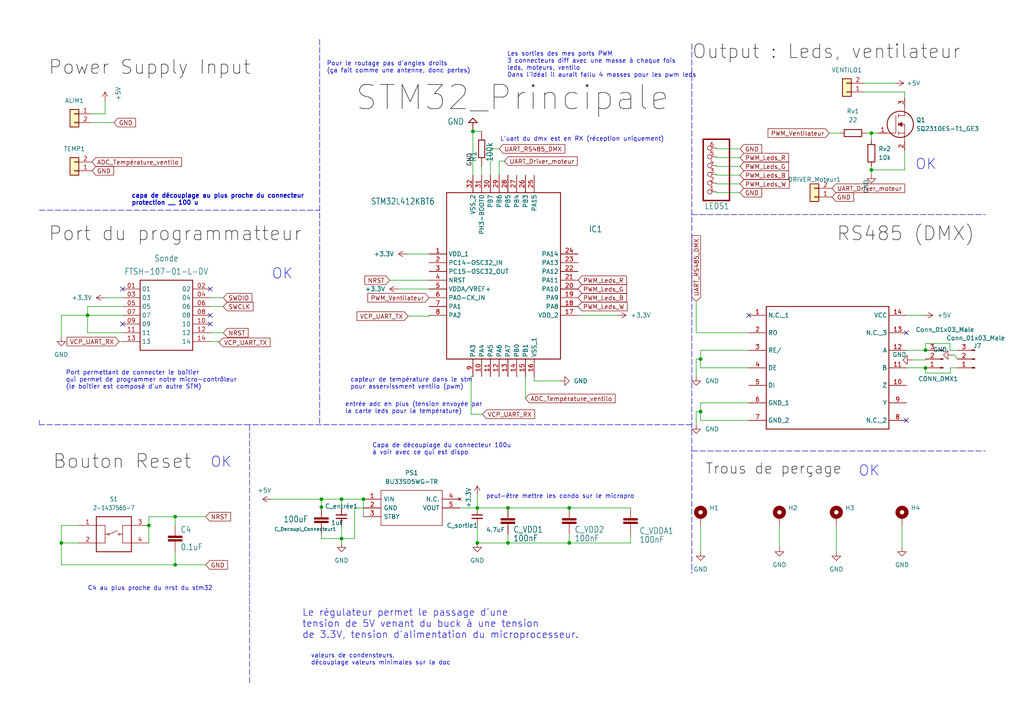
<source format=kicad_sch>
(kicad_sch (version 20211123) (generator eeschema)

  (uuid 614a4307-851d-4fcf-9529-b511f9655533)

  (paper "A4")

  (title_block
    (title "PROJET PROJECTEUR LEDS")
    (date "08/11/2022")
    (company "ENSEA")
  )

  (lib_symbols
    (symbol "BU33SD5WG-TR:BU33SD5WG-TR" (pin_names (offset 0.762)) (in_bom yes) (on_board yes)
      (property "Reference" "PS" (id 0) (at 24.13 7.62 0)
        (effects (font (size 1.27 1.27)) (justify left))
      )
      (property "Value" "BU33SD5WG-TR" (id 1) (at 24.13 5.08 0)
        (effects (font (size 1.27 1.27)) (justify left))
      )
      (property "Footprint" "SOT95P280X125-5N" (id 2) (at 24.13 2.54 0)
        (effects (font (size 1.27 1.27)) (justify left) hide)
      )
      (property "Datasheet" "https://componentsearchengine.com/Datasheets/1/BU33SD5WG-TR.pdf" (id 3) (at 24.13 0 0)
        (effects (font (size 1.27 1.27)) (justify left) hide)
      )
      (property "Description" "LDO regulator,3.3V,0.5A,standby,SSOP5 ROHM BU33SD5WG-TR, LDO Voltage Regulator, 0.5A, 3.3 V +/-2%, 1.7  6 Vin, 5-Pin SSOP" (id 4) (at 24.13 -2.54 0)
        (effects (font (size 1.27 1.27)) (justify left) hide)
      )
      (property "Height" "1.25" (id 5) (at 24.13 -5.08 0)
        (effects (font (size 1.27 1.27)) (justify left) hide)
      )
      (property "Mouser Part Number" "755-BU33SD5WG-TR" (id 6) (at 24.13 -7.62 0)
        (effects (font (size 1.27 1.27)) (justify left) hide)
      )
      (property "Mouser Price/Stock" "https://www.mouser.co.uk/ProductDetail/ROHM-Semiconductor/BU33SD5WG-TR?qs=%2FKR40Cd6GUrQDzRkUEt69Q%3D%3D" (id 7) (at 24.13 -10.16 0)
        (effects (font (size 1.27 1.27)) (justify left) hide)
      )
      (property "Manufacturer_Name" "ROHM Semiconductor" (id 8) (at 24.13 -12.7 0)
        (effects (font (size 1.27 1.27)) (justify left) hide)
      )
      (property "Manufacturer_Part_Number" "BU33SD5WG-TR" (id 9) (at 24.13 -15.24 0)
        (effects (font (size 1.27 1.27)) (justify left) hide)
      )
      (property "ki_description" "LDO regulator,3.3V,0.5A,standby,SSOP5 ROHM BU33SD5WG-TR, LDO Voltage Regulator, 0.5A, 3.3 V +/-2%, 1.7  6 Vin, 5-Pin SSOP" (id 10) (at 0 0 0)
        (effects (font (size 1.27 1.27)) hide)
      )
      (symbol "BU33SD5WG-TR_0_0"
        (pin passive line (at 0 0 0) (length 5.08)
          (name "VIN" (effects (font (size 1.27 1.27))))
          (number "1" (effects (font (size 1.27 1.27))))
        )
        (pin passive line (at 0 -2.54 0) (length 5.08)
          (name "GND" (effects (font (size 1.27 1.27))))
          (number "2" (effects (font (size 1.27 1.27))))
        )
        (pin passive line (at 0 -5.08 0) (length 5.08)
          (name "STBY" (effects (font (size 1.27 1.27))))
          (number "3" (effects (font (size 1.27 1.27))))
        )
        (pin no_connect line (at 27.94 0 180) (length 5.08)
          (name "N.C." (effects (font (size 1.27 1.27))))
          (number "4" (effects (font (size 1.27 1.27))))
        )
        (pin passive line (at 27.94 -2.54 180) (length 5.08)
          (name "VOUT" (effects (font (size 1.27 1.27))))
          (number "5" (effects (font (size 1.27 1.27))))
        )
      )
      (symbol "BU33SD5WG-TR_0_1"
        (polyline
          (pts
            (xy 5.08 2.54)
            (xy 22.86 2.54)
            (xy 22.86 -7.62)
            (xy 5.08 -7.62)
            (xy 5.08 2.54)
          )
          (stroke (width 0.1524) (type default) (color 0 0 0 0))
          (fill (type none))
        )
      )
    )
    (symbol "Connector:Conn_01x03_Male" (pin_names (offset 1.016) hide) (in_bom yes) (on_board yes)
      (property "Reference" "J" (id 0) (at 0 5.08 0)
        (effects (font (size 1.27 1.27)))
      )
      (property "Value" "Conn_01x03_Male" (id 1) (at 0 -5.08 0)
        (effects (font (size 1.27 1.27)))
      )
      (property "Footprint" "" (id 2) (at 0 0 0)
        (effects (font (size 1.27 1.27)) hide)
      )
      (property "Datasheet" "~" (id 3) (at 0 0 0)
        (effects (font (size 1.27 1.27)) hide)
      )
      (property "ki_keywords" "connector" (id 4) (at 0 0 0)
        (effects (font (size 1.27 1.27)) hide)
      )
      (property "ki_description" "Generic connector, single row, 01x03, script generated (kicad-library-utils/schlib/autogen/connector/)" (id 5) (at 0 0 0)
        (effects (font (size 1.27 1.27)) hide)
      )
      (property "ki_fp_filters" "Connector*:*_1x??_*" (id 6) (at 0 0 0)
        (effects (font (size 1.27 1.27)) hide)
      )
      (symbol "Conn_01x03_Male_1_1"
        (polyline
          (pts
            (xy 1.27 -2.54)
            (xy 0.8636 -2.54)
          )
          (stroke (width 0.1524) (type default) (color 0 0 0 0))
          (fill (type none))
        )
        (polyline
          (pts
            (xy 1.27 0)
            (xy 0.8636 0)
          )
          (stroke (width 0.1524) (type default) (color 0 0 0 0))
          (fill (type none))
        )
        (polyline
          (pts
            (xy 1.27 2.54)
            (xy 0.8636 2.54)
          )
          (stroke (width 0.1524) (type default) (color 0 0 0 0))
          (fill (type none))
        )
        (rectangle (start 0.8636 -2.413) (end 0 -2.667)
          (stroke (width 0.1524) (type default) (color 0 0 0 0))
          (fill (type outline))
        )
        (rectangle (start 0.8636 0.127) (end 0 -0.127)
          (stroke (width 0.1524) (type default) (color 0 0 0 0))
          (fill (type outline))
        )
        (rectangle (start 0.8636 2.667) (end 0 2.413)
          (stroke (width 0.1524) (type default) (color 0 0 0 0))
          (fill (type outline))
        )
        (pin passive line (at 5.08 2.54 180) (length 3.81)
          (name "Pin_1" (effects (font (size 1.27 1.27))))
          (number "1" (effects (font (size 1.27 1.27))))
        )
        (pin passive line (at 5.08 0 180) (length 3.81)
          (name "Pin_2" (effects (font (size 1.27 1.27))))
          (number "2" (effects (font (size 1.27 1.27))))
        )
        (pin passive line (at 5.08 -2.54 180) (length 3.81)
          (name "Pin_3" (effects (font (size 1.27 1.27))))
          (number "3" (effects (font (size 1.27 1.27))))
        )
      )
    )
    (symbol "Connector_Generic:Conn_01x02" (pin_names (offset 1.016) hide) (in_bom yes) (on_board yes)
      (property "Reference" "J" (id 0) (at 0 2.54 0)
        (effects (font (size 1.27 1.27)))
      )
      (property "Value" "Conn_01x02" (id 1) (at 0 -5.08 0)
        (effects (font (size 1.27 1.27)))
      )
      (property "Footprint" "" (id 2) (at 0 0 0)
        (effects (font (size 1.27 1.27)) hide)
      )
      (property "Datasheet" "~" (id 3) (at 0 0 0)
        (effects (font (size 1.27 1.27)) hide)
      )
      (property "ki_keywords" "connector" (id 4) (at 0 0 0)
        (effects (font (size 1.27 1.27)) hide)
      )
      (property "ki_description" "Generic connector, single row, 01x02, script generated (kicad-library-utils/schlib/autogen/connector/)" (id 5) (at 0 0 0)
        (effects (font (size 1.27 1.27)) hide)
      )
      (property "ki_fp_filters" "Connector*:*_1x??_*" (id 6) (at 0 0 0)
        (effects (font (size 1.27 1.27)) hide)
      )
      (symbol "Conn_01x02_1_1"
        (rectangle (start -1.27 -2.413) (end 0 -2.667)
          (stroke (width 0.1524) (type default) (color 0 0 0 0))
          (fill (type none))
        )
        (rectangle (start -1.27 0.127) (end 0 -0.127)
          (stroke (width 0.1524) (type default) (color 0 0 0 0))
          (fill (type none))
        )
        (rectangle (start -1.27 1.27) (end 1.27 -3.81)
          (stroke (width 0.254) (type default) (color 0 0 0 0))
          (fill (type background))
        )
        (pin passive line (at -5.08 0 0) (length 3.81)
          (name "Pin_1" (effects (font (size 1.27 1.27))))
          (number "1" (effects (font (size 1.27 1.27))))
        )
        (pin passive line (at -5.08 -2.54 0) (length 3.81)
          (name "Pin_2" (effects (font (size 1.27 1.27))))
          (number "2" (effects (font (size 1.27 1.27))))
        )
      )
    )
    (symbol "Device:C_Small" (pin_numbers hide) (pin_names (offset 0.254) hide) (in_bom yes) (on_board yes)
      (property "Reference" "C" (id 0) (at 0.254 1.778 0)
        (effects (font (size 1.27 1.27)) (justify left))
      )
      (property "Value" "C_Small" (id 1) (at 0.254 -2.032 0)
        (effects (font (size 1.27 1.27)) (justify left))
      )
      (property "Footprint" "" (id 2) (at 0 0 0)
        (effects (font (size 1.27 1.27)) hide)
      )
      (property "Datasheet" "~" (id 3) (at 0 0 0)
        (effects (font (size 1.27 1.27)) hide)
      )
      (property "ki_keywords" "capacitor cap" (id 4) (at 0 0 0)
        (effects (font (size 1.27 1.27)) hide)
      )
      (property "ki_description" "Unpolarized capacitor, small symbol" (id 5) (at 0 0 0)
        (effects (font (size 1.27 1.27)) hide)
      )
      (property "ki_fp_filters" "C_*" (id 6) (at 0 0 0)
        (effects (font (size 1.27 1.27)) hide)
      )
      (symbol "C_Small_0_1"
        (polyline
          (pts
            (xy -1.524 -0.508)
            (xy 1.524 -0.508)
          )
          (stroke (width 0.3302) (type default) (color 0 0 0 0))
          (fill (type none))
        )
        (polyline
          (pts
            (xy -1.524 0.508)
            (xy 1.524 0.508)
          )
          (stroke (width 0.3048) (type default) (color 0 0 0 0))
          (fill (type none))
        )
      )
      (symbol "C_Small_1_1"
        (pin passive line (at 0 2.54 270) (length 2.032)
          (name "~" (effects (font (size 1.27 1.27))))
          (number "1" (effects (font (size 1.27 1.27))))
        )
        (pin passive line (at 0 -2.54 90) (length 2.032)
          (name "~" (effects (font (size 1.27 1.27))))
          (number "2" (effects (font (size 1.27 1.27))))
        )
      )
    )
    (symbol "Device:R" (pin_numbers hide) (pin_names (offset 0)) (in_bom yes) (on_board yes)
      (property "Reference" "R" (id 0) (at 2.032 0 90)
        (effects (font (size 1.27 1.27)))
      )
      (property "Value" "R" (id 1) (at 0 0 90)
        (effects (font (size 1.27 1.27)))
      )
      (property "Footprint" "" (id 2) (at -1.778 0 90)
        (effects (font (size 1.27 1.27)) hide)
      )
      (property "Datasheet" "~" (id 3) (at 0 0 0)
        (effects (font (size 1.27 1.27)) hide)
      )
      (property "ki_keywords" "R res resistor" (id 4) (at 0 0 0)
        (effects (font (size 1.27 1.27)) hide)
      )
      (property "ki_description" "Resistor" (id 5) (at 0 0 0)
        (effects (font (size 1.27 1.27)) hide)
      )
      (property "ki_fp_filters" "R_*" (id 6) (at 0 0 0)
        (effects (font (size 1.27 1.27)) hide)
      )
      (symbol "R_0_1"
        (rectangle (start -1.016 -2.54) (end 1.016 2.54)
          (stroke (width 0.254) (type default) (color 0 0 0 0))
          (fill (type none))
        )
      )
      (symbol "R_1_1"
        (pin passive line (at 0 3.81 270) (length 1.27)
          (name "~" (effects (font (size 1.27 1.27))))
          (number "1" (effects (font (size 1.27 1.27))))
        )
        (pin passive line (at 0 -3.81 90) (length 1.27)
          (name "~" (effects (font (size 1.27 1.27))))
          (number "2" (effects (font (size 1.27 1.27))))
        )
      )
    )
    (symbol "Mechanical:MountingHole_Pad" (pin_numbers hide) (pin_names (offset 1.016) hide) (in_bom yes) (on_board yes)
      (property "Reference" "H" (id 0) (at 0 6.35 0)
        (effects (font (size 1.27 1.27)))
      )
      (property "Value" "MountingHole_Pad" (id 1) (at 0 4.445 0)
        (effects (font (size 1.27 1.27)))
      )
      (property "Footprint" "" (id 2) (at 0 0 0)
        (effects (font (size 1.27 1.27)) hide)
      )
      (property "Datasheet" "~" (id 3) (at 0 0 0)
        (effects (font (size 1.27 1.27)) hide)
      )
      (property "ki_keywords" "mounting hole" (id 4) (at 0 0 0)
        (effects (font (size 1.27 1.27)) hide)
      )
      (property "ki_description" "Mounting Hole with connection" (id 5) (at 0 0 0)
        (effects (font (size 1.27 1.27)) hide)
      )
      (property "ki_fp_filters" "MountingHole*Pad*" (id 6) (at 0 0 0)
        (effects (font (size 1.27 1.27)) hide)
      )
      (symbol "MountingHole_Pad_0_1"
        (circle (center 0 1.27) (radius 1.27)
          (stroke (width 1.27) (type default) (color 0 0 0 0))
          (fill (type none))
        )
      )
      (symbol "MountingHole_Pad_1_1"
        (pin input line (at 0 -2.54 90) (length 2.54)
          (name "1" (effects (font (size 1.27 1.27))))
          (number "1" (effects (font (size 1.27 1.27))))
        )
      )
    )
    (symbol "ProjetENSEA:2-1437565-7" (in_bom yes) (on_board yes)
      (property "Reference" "S" (id 0) (at -4.5754 5.5921 0)
        (effects (font (size 1.2709 1.0802)) (justify left bottom))
      )
      (property "Value" "2-1437565-7" (id 1) (at -5.0893 -6.8706 0)
        (effects (font (size 1.2723 1.0814)) (justify left bottom))
      )
      (property "Footprint" "stm32l021:SW_2-1437565-7" (id 2) (at 0 0 0)
        (effects (font (size 1.27 1.27)) hide)
      )
      (property "Datasheet" "" (id 3) (at 0 0 0)
        (effects (font (size 1.27 1.27)) hide)
      )
      (property "ki_locked" "" (id 4) (at 0 0 0)
        (effects (font (size 1.27 1.27)))
      )
      (symbol "2-1437565-7_1_0"
        (circle (center -1.524 0) (radius 0.254)
          (stroke (width 0.1524) (type default) (color 0 0 0 0))
          (fill (type none))
        )
        (polyline
          (pts
            (xy -5.08 -5.08)
            (xy -5.08 -2.54)
          )
          (stroke (width 0.254) (type default) (color 0 0 0 0))
          (fill (type none))
        )
        (polyline
          (pts
            (xy -5.08 -2.54)
            (xy -5.08 2.54)
          )
          (stroke (width 0.254) (type default) (color 0 0 0 0))
          (fill (type none))
        )
        (polyline
          (pts
            (xy -5.08 2.54)
            (xy -5.08 5.08)
          )
          (stroke (width 0.254) (type default) (color 0 0 0 0))
          (fill (type none))
        )
        (polyline
          (pts
            (xy -5.08 2.54)
            (xy -2.54 2.54)
          )
          (stroke (width 0.1524) (type default) (color 0 0 0 0))
          (fill (type none))
        )
        (polyline
          (pts
            (xy -5.08 5.08)
            (xy 5.08 5.08)
          )
          (stroke (width 0.254) (type default) (color 0 0 0 0))
          (fill (type none))
        )
        (polyline
          (pts
            (xy -2.54 -2.54)
            (xy -5.08 -2.54)
          )
          (stroke (width 0.1524) (type default) (color 0 0 0 0))
          (fill (type none))
        )
        (polyline
          (pts
            (xy -2.54 0)
            (xy -2.54 -2.54)
          )
          (stroke (width 0.1524) (type default) (color 0 0 0 0))
          (fill (type none))
        )
        (polyline
          (pts
            (xy -2.54 0)
            (xy -1.778 0)
          )
          (stroke (width 0.1524) (type default) (color 0 0 0 0))
          (fill (type none))
        )
        (polyline
          (pts
            (xy -2.54 2.54)
            (xy -2.54 0)
          )
          (stroke (width 0.1524) (type default) (color 0 0 0 0))
          (fill (type none))
        )
        (polyline
          (pts
            (xy -1.27 0)
            (xy 1.016 1.016)
          )
          (stroke (width 0.1524) (type default) (color 0 0 0 0))
          (fill (type none))
        )
        (polyline
          (pts
            (xy 2.54 -2.54)
            (xy 5.08 -2.54)
          )
          (stroke (width 0.1524) (type default) (color 0 0 0 0))
          (fill (type none))
        )
        (polyline
          (pts
            (xy 2.54 0)
            (xy 1.778 0)
          )
          (stroke (width 0.1524) (type default) (color 0 0 0 0))
          (fill (type none))
        )
        (polyline
          (pts
            (xy 2.54 0)
            (xy 2.54 -2.54)
          )
          (stroke (width 0.1524) (type default) (color 0 0 0 0))
          (fill (type none))
        )
        (polyline
          (pts
            (xy 2.54 2.54)
            (xy 2.54 0)
          )
          (stroke (width 0.1524) (type default) (color 0 0 0 0))
          (fill (type none))
        )
        (polyline
          (pts
            (xy 5.08 -5.08)
            (xy -5.08 -5.08)
          )
          (stroke (width 0.254) (type default) (color 0 0 0 0))
          (fill (type none))
        )
        (polyline
          (pts
            (xy 5.08 -2.54)
            (xy 5.08 -5.08)
          )
          (stroke (width 0.254) (type default) (color 0 0 0 0))
          (fill (type none))
        )
        (polyline
          (pts
            (xy 5.08 2.54)
            (xy 2.54 2.54)
          )
          (stroke (width 0.1524) (type default) (color 0 0 0 0))
          (fill (type none))
        )
        (polyline
          (pts
            (xy 5.08 2.54)
            (xy 5.08 -2.54)
          )
          (stroke (width 0.254) (type default) (color 0 0 0 0))
          (fill (type none))
        )
        (polyline
          (pts
            (xy 5.08 5.08)
            (xy 5.08 2.54)
          )
          (stroke (width 0.254) (type default) (color 0 0 0 0))
          (fill (type none))
        )
        (circle (center 1.524 0) (radius 0.254)
          (stroke (width 0.1524) (type default) (color 0 0 0 0))
          (fill (type none))
        )
        (pin passive line (at -10.16 2.54 0) (length 5.08)
          (name "1" (effects (font (size 0 0))))
          (number "1" (effects (font (size 1.27 1.27))))
        )
        (pin passive line (at -10.16 -2.54 0) (length 5.08)
          (name "2" (effects (font (size 0 0))))
          (number "2" (effects (font (size 1.27 1.27))))
        )
        (pin passive line (at 10.16 2.54 180) (length 5.08)
          (name "3" (effects (font (size 0 0))))
          (number "3" (effects (font (size 1.27 1.27))))
        )
        (pin passive line (at 10.16 -2.54 180) (length 5.08)
          (name "4" (effects (font (size 0 0))))
          (number "4" (effects (font (size 1.27 1.27))))
        )
      )
    )
    (symbol "ProjetENSEA:FTSH-107-01-L-DV" (in_bom yes) (on_board yes)
      (property "Reference" "J" (id 0) (at -8.12 10.16 0)
        (effects (font (size 1.778 1.5113)) (justify left bottom))
      )
      (property "Value" "FTSH-107-01-L-DV" (id 1) (at -7.62 -12.7 0)
        (effects (font (size 1.778 1.5113)) (justify left bottom))
      )
      (property "Footprint" "stm32l021:SAMTEC_FTSH-107-01-L-DV" (id 2) (at 0 0 0)
        (effects (font (size 1.27 1.27)) hide)
      )
      (property "Datasheet" "" (id 3) (at 0 0 0)
        (effects (font (size 1.27 1.27)) hide)
      )
      (property "ki_locked" "" (id 4) (at 0 0 0)
        (effects (font (size 1.27 1.27)))
      )
      (symbol "FTSH-107-01-L-DV_1_0"
        (polyline
          (pts
            (xy -7.62 -10.16)
            (xy -7.62 10.16)
          )
          (stroke (width 0.254) (type default) (color 0 0 0 0))
          (fill (type none))
        )
        (polyline
          (pts
            (xy -7.62 10.16)
            (xy 7.62 10.16)
          )
          (stroke (width 0.254) (type default) (color 0 0 0 0))
          (fill (type none))
        )
        (polyline
          (pts
            (xy 7.62 -10.16)
            (xy -7.62 -10.16)
          )
          (stroke (width 0.254) (type default) (color 0 0 0 0))
          (fill (type none))
        )
        (polyline
          (pts
            (xy 7.62 10.16)
            (xy 7.62 -10.16)
          )
          (stroke (width 0.254) (type default) (color 0 0 0 0))
          (fill (type none))
        )
        (pin passive line (at -12.7 7.62 0) (length 5.08)
          (name "01" (effects (font (size 1.27 1.27))))
          (number "01" (effects (font (size 1.27 1.27))))
        )
        (pin passive line (at 12.7 7.62 180) (length 5.08)
          (name "02" (effects (font (size 1.27 1.27))))
          (number "02" (effects (font (size 1.27 1.27))))
        )
        (pin passive line (at -12.7 5.08 0) (length 5.08)
          (name "03" (effects (font (size 1.27 1.27))))
          (number "03" (effects (font (size 1.27 1.27))))
        )
        (pin passive line (at 12.7 5.08 180) (length 5.08)
          (name "04" (effects (font (size 1.27 1.27))))
          (number "04" (effects (font (size 1.27 1.27))))
        )
        (pin passive line (at -12.7 2.54 0) (length 5.08)
          (name "05" (effects (font (size 1.27 1.27))))
          (number "05" (effects (font (size 1.27 1.27))))
        )
        (pin passive line (at 12.7 2.54 180) (length 5.08)
          (name "06" (effects (font (size 1.27 1.27))))
          (number "06" (effects (font (size 1.27 1.27))))
        )
        (pin passive line (at -12.7 0 0) (length 5.08)
          (name "07" (effects (font (size 1.27 1.27))))
          (number "07" (effects (font (size 1.27 1.27))))
        )
        (pin passive line (at 12.7 0 180) (length 5.08)
          (name "08" (effects (font (size 1.27 1.27))))
          (number "08" (effects (font (size 1.27 1.27))))
        )
        (pin passive line (at -12.7 -2.54 0) (length 5.08)
          (name "09" (effects (font (size 1.27 1.27))))
          (number "09" (effects (font (size 1.27 1.27))))
        )
        (pin passive line (at 12.7 -2.54 180) (length 5.08)
          (name "10" (effects (font (size 1.27 1.27))))
          (number "10" (effects (font (size 1.27 1.27))))
        )
        (pin passive line (at -12.7 -5.08 0) (length 5.08)
          (name "11" (effects (font (size 1.27 1.27))))
          (number "11" (effects (font (size 1.27 1.27))))
        )
        (pin passive line (at 12.7 -5.08 180) (length 5.08)
          (name "12" (effects (font (size 1.27 1.27))))
          (number "12" (effects (font (size 1.27 1.27))))
        )
        (pin passive line (at -12.7 -7.62 0) (length 5.08)
          (name "13" (effects (font (size 1.27 1.27))))
          (number "13" (effects (font (size 1.27 1.27))))
        )
        (pin passive line (at 12.7 -7.62 180) (length 5.08)
          (name "14" (effects (font (size 1.27 1.27))))
          (number "14" (effects (font (size 1.27 1.27))))
        )
      )
    )
    (symbol "ProjetENSEA:SOIC127P600X175-14N" (in_bom yes) (on_board yes)
      (property "Reference" "U1" (id 0) (at 0 0 0)
        (effects (font (size 1.27 1.27)) hide)
      )
      (property "Value" "SOIC127P600X175-14N" (id 1) (at 2.54 -6.35 0)
        (effects (font (size 1.27 1.27)) hide)
      )
      (property "Footprint" "stm32l021:SOIC127P600X175-14N" (id 2) (at 2.54 20.32 0)
        (effects (font (size 1.27 1.27)) hide)
      )
      (property "Datasheet" "" (id 3) (at 0 0 0)
        (effects (font (size 1.27 1.27)) hide)
      )
      (property "ki_locked" "" (id 4) (at 0 0 0)
        (effects (font (size 1.27 1.27)))
      )
      (symbol "SOIC127P600X175-14N_1_0"
        (polyline
          (pts
            (xy -15.24 -17.78)
            (xy 20.32 -17.78)
          )
          (stroke (width 0.254) (type default) (color 0 0 0 0))
          (fill (type none))
        )
        (polyline
          (pts
            (xy -15.24 17.78)
            (xy -15.24 -17.78)
          )
          (stroke (width 0.254) (type default) (color 0 0 0 0))
          (fill (type none))
        )
        (polyline
          (pts
            (xy 20.32 -17.78)
            (xy 20.32 17.78)
          )
          (stroke (width 0.254) (type default) (color 0 0 0 0))
          (fill (type none))
        )
        (polyline
          (pts
            (xy 20.32 17.78)
            (xy -15.24 17.78)
          )
          (stroke (width 0.254) (type default) (color 0 0 0 0))
          (fill (type none))
        )
        (pin bidirectional line (at -20.32 15.24 0) (length 5.08)
          (name "N.C._1" (effects (font (size 1.27 1.27))))
          (number "1" (effects (font (size 1.27 1.27))))
        )
        (pin bidirectional line (at 25.4 -5.08 180) (length 5.08)
          (name "Z" (effects (font (size 1.27 1.27))))
          (number "10" (effects (font (size 1.27 1.27))))
        )
        (pin bidirectional line (at 25.4 0 180) (length 5.08)
          (name "B" (effects (font (size 1.27 1.27))))
          (number "11" (effects (font (size 1.27 1.27))))
        )
        (pin bidirectional line (at 25.4 5.08 180) (length 5.08)
          (name "A" (effects (font (size 1.27 1.27))))
          (number "12" (effects (font (size 1.27 1.27))))
        )
        (pin bidirectional line (at 25.4 10.16 180) (length 5.08)
          (name "N.C._3" (effects (font (size 1.27 1.27))))
          (number "13" (effects (font (size 1.27 1.27))))
        )
        (pin bidirectional line (at 25.4 15.24 180) (length 5.08)
          (name "VCC" (effects (font (size 1.27 1.27))))
          (number "14" (effects (font (size 1.27 1.27))))
        )
        (pin bidirectional line (at -20.32 10.16 0) (length 5.08)
          (name "RO" (effects (font (size 1.27 1.27))))
          (number "2" (effects (font (size 1.27 1.27))))
        )
        (pin bidirectional line (at -20.32 5.08 0) (length 5.08)
          (name "RE/" (effects (font (size 1.27 1.27))))
          (number "3" (effects (font (size 1.27 1.27))))
        )
        (pin bidirectional line (at -20.32 0 0) (length 5.08)
          (name "DE" (effects (font (size 1.27 1.27))))
          (number "4" (effects (font (size 1.27 1.27))))
        )
        (pin bidirectional line (at -20.32 -5.08 0) (length 5.08)
          (name "DI" (effects (font (size 1.27 1.27))))
          (number "5" (effects (font (size 1.27 1.27))))
        )
        (pin bidirectional line (at -20.32 -10.16 0) (length 5.08)
          (name "GND_1" (effects (font (size 1.27 1.27))))
          (number "6" (effects (font (size 1.27 1.27))))
        )
        (pin bidirectional line (at -20.32 -15.24 0) (length 5.08)
          (name "GND_2" (effects (font (size 1.27 1.27))))
          (number "7" (effects (font (size 1.27 1.27))))
        )
        (pin bidirectional line (at 25.4 -15.24 180) (length 5.08)
          (name "N.C._2" (effects (font (size 1.27 1.27))))
          (number "8" (effects (font (size 1.27 1.27))))
        )
        (pin bidirectional line (at 25.4 -10.16 180) (length 5.08)
          (name "Y" (effects (font (size 1.27 1.27))))
          (number "9" (effects (font (size 1.27 1.27))))
        )
      )
    )
    (symbol "ProjetENSEA:SQ2310ES-T1_GE3" (pin_names (offset 0.762)) (in_bom yes) (on_board yes)
      (property "Reference" "Q" (id 0) (at 11.43 3.81 0)
        (effects (font (size 1.27 1.27)) (justify left))
      )
      (property "Value" "SQ2310ES-T1_GE3" (id 1) (at 11.43 1.27 0)
        (effects (font (size 1.27 1.27)) (justify left))
      )
      (property "Footprint" "SOT95P237X112-3N" (id 2) (at 11.43 -1.27 0)
        (effects (font (size 1.27 1.27)) (justify left) hide)
      )
      (property "Datasheet" "https://www.vishay.com/docs/67036/sq2310es.pdf" (id 3) (at 11.43 -3.81 0)
        (effects (font (size 1.27 1.27)) (justify left) hide)
      )
      (property "Description" "Vishay SQ2310ES-T1_GE3 N-channel MOSFET, 6 A, 20 V SQ Rugged, 3-Pin SOT-23" (id 4) (at 11.43 -6.35 0)
        (effects (font (size 1.27 1.27)) (justify left) hide)
      )
      (property "Height" "1.12" (id 5) (at 11.43 -8.89 0)
        (effects (font (size 1.27 1.27)) (justify left) hide)
      )
      (property "Mouser Part Number" "78-SQ2310ES-T1_GE3" (id 6) (at 11.43 -11.43 0)
        (effects (font (size 1.27 1.27)) (justify left) hide)
      )
      (property "Mouser Price/Stock" "https://www.mouser.co.uk/ProductDetail/Vishay-Siliconix/SQ2310ES-T1_GE3?qs=jHkklCh7amiDWAemYtR8vg%3D%3D" (id 7) (at 11.43 -13.97 0)
        (effects (font (size 1.27 1.27)) (justify left) hide)
      )
      (property "Manufacturer_Name" "Vishay" (id 8) (at 11.43 -16.51 0)
        (effects (font (size 1.27 1.27)) (justify left) hide)
      )
      (property "Manufacturer_Part_Number" "SQ2310ES-T1_GE3" (id 9) (at 11.43 -19.05 0)
        (effects (font (size 1.27 1.27)) (justify left) hide)
      )
      (property "ki_description" "Vishay SQ2310ES-T1_GE3 N-channel MOSFET, 6 A, 20 V SQ Rugged, 3-Pin SOT-23" (id 10) (at 0 0 0)
        (effects (font (size 1.27 1.27)) hide)
      )
      (symbol "SQ2310ES-T1_GE3_0_0"
        (pin passive line (at 0 0 0) (length 2.54)
          (name "~" (effects (font (size 1.27 1.27))))
          (number "1" (effects (font (size 1.27 1.27))))
        )
        (pin passive line (at 7.62 -5.08 90) (length 2.54)
          (name "~" (effects (font (size 1.27 1.27))))
          (number "2" (effects (font (size 1.27 1.27))))
        )
        (pin passive line (at 7.62 10.16 270) (length 2.54)
          (name "~" (effects (font (size 1.27 1.27))))
          (number "3" (effects (font (size 1.27 1.27))))
        )
      )
      (symbol "SQ2310ES-T1_GE3_0_1"
        (polyline
          (pts
            (xy 5.842 -0.508)
            (xy 5.842 0.508)
          )
          (stroke (width 0.1524) (type default) (color 0 0 0 0))
          (fill (type none))
        )
        (polyline
          (pts
            (xy 5.842 0)
            (xy 7.62 0)
          )
          (stroke (width 0.1524) (type default) (color 0 0 0 0))
          (fill (type none))
        )
        (polyline
          (pts
            (xy 5.842 2.032)
            (xy 5.842 3.048)
          )
          (stroke (width 0.1524) (type default) (color 0 0 0 0))
          (fill (type none))
        )
        (polyline
          (pts
            (xy 5.842 5.588)
            (xy 5.842 4.572)
          )
          (stroke (width 0.1524) (type default) (color 0 0 0 0))
          (fill (type none))
        )
        (polyline
          (pts
            (xy 7.62 2.54)
            (xy 5.842 2.54)
          )
          (stroke (width 0.1524) (type default) (color 0 0 0 0))
          (fill (type none))
        )
        (polyline
          (pts
            (xy 7.62 2.54)
            (xy 7.62 -2.54)
          )
          (stroke (width 0.1524) (type default) (color 0 0 0 0))
          (fill (type none))
        )
        (polyline
          (pts
            (xy 7.62 5.08)
            (xy 5.842 5.08)
          )
          (stroke (width 0.1524) (type default) (color 0 0 0 0))
          (fill (type none))
        )
        (polyline
          (pts
            (xy 7.62 5.08)
            (xy 7.62 7.62)
          )
          (stroke (width 0.1524) (type default) (color 0 0 0 0))
          (fill (type none))
        )
        (polyline
          (pts
            (xy 2.54 0)
            (xy 5.08 0)
            (xy 5.08 5.08)
          )
          (stroke (width 0.1524) (type default) (color 0 0 0 0))
          (fill (type none))
        )
        (polyline
          (pts
            (xy 5.842 2.54)
            (xy 6.858 3.048)
            (xy 6.858 2.032)
            (xy 5.842 2.54)
          )
          (stroke (width 0.254) (type default) (color 0 0 0 0))
          (fill (type outline))
        )
        (circle (center 6.35 2.54) (radius 3.81)
          (stroke (width 0.254) (type default) (color 0 0 0 0))
          (fill (type none))
        )
      )
    )
    (symbol "power:+3.3V" (power) (pin_names (offset 0)) (in_bom yes) (on_board yes)
      (property "Reference" "#PWR" (id 0) (at 0 -3.81 0)
        (effects (font (size 1.27 1.27)) hide)
      )
      (property "Value" "+3.3V" (id 1) (at 0 3.556 0)
        (effects (font (size 1.27 1.27)))
      )
      (property "Footprint" "" (id 2) (at 0 0 0)
        (effects (font (size 1.27 1.27)) hide)
      )
      (property "Datasheet" "" (id 3) (at 0 0 0)
        (effects (font (size 1.27 1.27)) hide)
      )
      (property "ki_keywords" "power-flag" (id 4) (at 0 0 0)
        (effects (font (size 1.27 1.27)) hide)
      )
      (property "ki_description" "Power symbol creates a global label with name \"+3.3V\"" (id 5) (at 0 0 0)
        (effects (font (size 1.27 1.27)) hide)
      )
      (symbol "+3.3V_0_1"
        (polyline
          (pts
            (xy -0.762 1.27)
            (xy 0 2.54)
          )
          (stroke (width 0) (type default) (color 0 0 0 0))
          (fill (type none))
        )
        (polyline
          (pts
            (xy 0 0)
            (xy 0 2.54)
          )
          (stroke (width 0) (type default) (color 0 0 0 0))
          (fill (type none))
        )
        (polyline
          (pts
            (xy 0 2.54)
            (xy 0.762 1.27)
          )
          (stroke (width 0) (type default) (color 0 0 0 0))
          (fill (type none))
        )
      )
      (symbol "+3.3V_1_1"
        (pin power_in line (at 0 0 90) (length 0) hide
          (name "+3.3V" (effects (font (size 1.27 1.27))))
          (number "1" (effects (font (size 1.27 1.27))))
        )
      )
    )
    (symbol "power:+5V" (power) (pin_names (offset 0)) (in_bom yes) (on_board yes)
      (property "Reference" "#PWR" (id 0) (at 0 -3.81 0)
        (effects (font (size 1.27 1.27)) hide)
      )
      (property "Value" "+5V" (id 1) (at 0 3.556 0)
        (effects (font (size 1.27 1.27)))
      )
      (property "Footprint" "" (id 2) (at 0 0 0)
        (effects (font (size 1.27 1.27)) hide)
      )
      (property "Datasheet" "" (id 3) (at 0 0 0)
        (effects (font (size 1.27 1.27)) hide)
      )
      (property "ki_keywords" "power-flag" (id 4) (at 0 0 0)
        (effects (font (size 1.27 1.27)) hide)
      )
      (property "ki_description" "Power symbol creates a global label with name \"+5V\"" (id 5) (at 0 0 0)
        (effects (font (size 1.27 1.27)) hide)
      )
      (symbol "+5V_0_1"
        (polyline
          (pts
            (xy -0.762 1.27)
            (xy 0 2.54)
          )
          (stroke (width 0) (type default) (color 0 0 0 0))
          (fill (type none))
        )
        (polyline
          (pts
            (xy 0 0)
            (xy 0 2.54)
          )
          (stroke (width 0) (type default) (color 0 0 0 0))
          (fill (type none))
        )
        (polyline
          (pts
            (xy 0 2.54)
            (xy 0.762 1.27)
          )
          (stroke (width 0) (type default) (color 0 0 0 0))
          (fill (type none))
        )
      )
      (symbol "+5V_1_1"
        (pin power_in line (at 0 0 90) (length 0) hide
          (name "+5V" (effects (font (size 1.27 1.27))))
          (number "1" (effects (font (size 1.27 1.27))))
        )
      )
    )
    (symbol "power:GND" (power) (pin_names (offset 0)) (in_bom yes) (on_board yes)
      (property "Reference" "#PWR" (id 0) (at 0 -6.35 0)
        (effects (font (size 1.27 1.27)) hide)
      )
      (property "Value" "GND" (id 1) (at 0 -3.81 0)
        (effects (font (size 1.27 1.27)))
      )
      (property "Footprint" "" (id 2) (at 0 0 0)
        (effects (font (size 1.27 1.27)) hide)
      )
      (property "Datasheet" "" (id 3) (at 0 0 0)
        (effects (font (size 1.27 1.27)) hide)
      )
      (property "ki_keywords" "power-flag" (id 4) (at 0 0 0)
        (effects (font (size 1.27 1.27)) hide)
      )
      (property "ki_description" "Power symbol creates a global label with name \"GND\" , ground" (id 5) (at 0 0 0)
        (effects (font (size 1.27 1.27)) hide)
      )
      (symbol "GND_0_1"
        (polyline
          (pts
            (xy 0 0)
            (xy 0 -1.27)
            (xy 1.27 -1.27)
            (xy 0 -2.54)
            (xy -1.27 -1.27)
            (xy 0 -1.27)
          )
          (stroke (width 0) (type default) (color 0 0 0 0))
          (fill (type none))
        )
      )
      (symbol "GND_1_1"
        (pin power_in line (at 0 0 270) (length 0) hide
          (name "GND" (effects (font (size 1.27 1.27))))
          (number "1" (effects (font (size 1.27 1.27))))
        )
      )
    )
    (symbol "projetENSEA:STM32L412KBT6" (in_bom yes) (on_board yes)
      (property "Reference" "IC" (id 0) (at 39.37 22.86 0)
        (effects (font (size 1.778 1.5113)) (justify left))
      )
      (property "Value" "STM32L412KBT6" (id 1) (at 39.37 20.32 0)
        (effects (font (size 1.778 1.5113)) (justify left))
      )
      (property "Footprint" "stm32l021:QFP80P900X900X160-32N" (id 2) (at 0 0 0)
        (effects (font (size 1.27 1.27)) hide)
      )
      (property "Datasheet" "" (id 3) (at 0 0 0)
        (effects (font (size 1.27 1.27)) hide)
      )
      (property "ki_locked" "" (id 4) (at 0 0 0)
        (effects (font (size 1.27 1.27)))
      )
      (symbol "STM32L412KBT6_1_0"
        (polyline
          (pts
            (xy 5.08 17.78)
            (xy 5.08 -30.48)
          )
          (stroke (width 0.254) (type default) (color 0 0 0 0))
          (fill (type none))
        )
        (polyline
          (pts
            (xy 5.08 17.78)
            (xy 38.1 17.78)
          )
          (stroke (width 0.254) (type default) (color 0 0 0 0))
          (fill (type none))
        )
        (polyline
          (pts
            (xy 38.1 -30.48)
            (xy 5.08 -30.48)
          )
          (stroke (width 0.254) (type default) (color 0 0 0 0))
          (fill (type none))
        )
        (polyline
          (pts
            (xy 38.1 -30.48)
            (xy 38.1 17.78)
          )
          (stroke (width 0.254) (type default) (color 0 0 0 0))
          (fill (type none))
        )
        (pin power_in line (at 0 0 0) (length 5.08)
          (name "VDD_1" (effects (font (size 1.27 1.27))))
          (number "1" (effects (font (size 1.27 1.27))))
        )
        (pin bidirectional line (at 15.24 -35.56 90) (length 5.08)
          (name "PA4" (effects (font (size 1.27 1.27))))
          (number "10" (effects (font (size 1.27 1.27))))
        )
        (pin bidirectional line (at 17.78 -35.56 90) (length 5.08)
          (name "PA5" (effects (font (size 1.27 1.27))))
          (number "11" (effects (font (size 1.27 1.27))))
        )
        (pin bidirectional line (at 20.32 -35.56 90) (length 5.08)
          (name "PA6" (effects (font (size 1.27 1.27))))
          (number "12" (effects (font (size 1.27 1.27))))
        )
        (pin bidirectional line (at 22.86 -35.56 90) (length 5.08)
          (name "PA7" (effects (font (size 1.27 1.27))))
          (number "13" (effects (font (size 1.27 1.27))))
        )
        (pin bidirectional line (at 25.4 -35.56 90) (length 5.08)
          (name "PB0" (effects (font (size 1.27 1.27))))
          (number "14" (effects (font (size 1.27 1.27))))
        )
        (pin bidirectional line (at 27.94 -35.56 90) (length 5.08)
          (name "PB1" (effects (font (size 1.27 1.27))))
          (number "15" (effects (font (size 1.27 1.27))))
        )
        (pin power_in line (at 30.48 -35.56 90) (length 5.08)
          (name "VSS_1" (effects (font (size 1.27 1.27))))
          (number "16" (effects (font (size 1.27 1.27))))
        )
        (pin power_in line (at 43.18 -17.78 180) (length 5.08)
          (name "VDD_2" (effects (font (size 1.27 1.27))))
          (number "17" (effects (font (size 1.27 1.27))))
        )
        (pin bidirectional line (at 43.18 -15.24 180) (length 5.08)
          (name "PA8" (effects (font (size 1.27 1.27))))
          (number "18" (effects (font (size 1.27 1.27))))
        )
        (pin bidirectional line (at 43.18 -12.7 180) (length 5.08)
          (name "PA9" (effects (font (size 1.27 1.27))))
          (number "19" (effects (font (size 1.27 1.27))))
        )
        (pin bidirectional line (at 0 -2.54 0) (length 5.08)
          (name "PC14-OSC32_IN" (effects (font (size 1.27 1.27))))
          (number "2" (effects (font (size 1.27 1.27))))
        )
        (pin bidirectional line (at 43.18 -10.16 180) (length 5.08)
          (name "PA10" (effects (font (size 1.27 1.27))))
          (number "20" (effects (font (size 1.27 1.27))))
        )
        (pin bidirectional line (at 43.18 -7.62 180) (length 5.08)
          (name "PA11" (effects (font (size 1.27 1.27))))
          (number "21" (effects (font (size 1.27 1.27))))
        )
        (pin bidirectional line (at 43.18 -5.08 180) (length 5.08)
          (name "PA12" (effects (font (size 1.27 1.27))))
          (number "22" (effects (font (size 1.27 1.27))))
        )
        (pin bidirectional line (at 43.18 -2.54 180) (length 5.08)
          (name "PA13" (effects (font (size 1.27 1.27))))
          (number "23" (effects (font (size 1.27 1.27))))
        )
        (pin bidirectional line (at 43.18 0 180) (length 5.08)
          (name "PA14" (effects (font (size 1.27 1.27))))
          (number "24" (effects (font (size 1.27 1.27))))
        )
        (pin bidirectional line (at 30.48 22.86 270) (length 5.08)
          (name "PA15" (effects (font (size 1.27 1.27))))
          (number "25" (effects (font (size 1.27 1.27))))
        )
        (pin bidirectional line (at 27.94 22.86 270) (length 5.08)
          (name "PB3" (effects (font (size 1.27 1.27))))
          (number "26" (effects (font (size 1.27 1.27))))
        )
        (pin bidirectional line (at 25.4 22.86 270) (length 5.08)
          (name "PB4" (effects (font (size 1.27 1.27))))
          (number "27" (effects (font (size 1.27 1.27))))
        )
        (pin bidirectional line (at 22.86 22.86 270) (length 5.08)
          (name "PB5" (effects (font (size 1.27 1.27))))
          (number "28" (effects (font (size 1.27 1.27))))
        )
        (pin bidirectional line (at 20.32 22.86 270) (length 5.08)
          (name "PB6" (effects (font (size 1.27 1.27))))
          (number "29" (effects (font (size 1.27 1.27))))
        )
        (pin bidirectional line (at 0 -5.08 0) (length 5.08)
          (name "PC15-OSC32_OUT" (effects (font (size 1.27 1.27))))
          (number "3" (effects (font (size 1.27 1.27))))
        )
        (pin bidirectional line (at 17.78 22.86 270) (length 5.08)
          (name "PB7" (effects (font (size 1.27 1.27))))
          (number "30" (effects (font (size 1.27 1.27))))
        )
        (pin bidirectional line (at 15.24 22.86 270) (length 5.08)
          (name "PH3-BOOT0" (effects (font (size 1.27 1.27))))
          (number "31" (effects (font (size 1.27 1.27))))
        )
        (pin power_in line (at 12.7 22.86 270) (length 5.08)
          (name "VSS_2" (effects (font (size 1.27 1.27))))
          (number "32" (effects (font (size 1.27 1.27))))
        )
        (pin input line (at 0 -7.62 0) (length 5.08)
          (name "NRST" (effects (font (size 1.27 1.27))))
          (number "4" (effects (font (size 1.27 1.27))))
        )
        (pin power_in line (at 0 -10.16 0) (length 5.08)
          (name "VDDA/VREF+" (effects (font (size 1.27 1.27))))
          (number "5" (effects (font (size 1.27 1.27))))
        )
        (pin bidirectional line (at 0 -12.7 0) (length 5.08)
          (name "PA0-CK_IN" (effects (font (size 1.27 1.27))))
          (number "6" (effects (font (size 1.27 1.27))))
        )
        (pin bidirectional line (at 0 -15.24 0) (length 5.08)
          (name "PA1" (effects (font (size 1.27 1.27))))
          (number "7" (effects (font (size 1.27 1.27))))
        )
        (pin bidirectional line (at 0 -17.78 0) (length 5.08)
          (name "PA2" (effects (font (size 1.27 1.27))))
          (number "8" (effects (font (size 1.27 1.27))))
        )
        (pin bidirectional line (at 12.7 -35.56 90) (length 5.08)
          (name "PA3" (effects (font (size 1.27 1.27))))
          (number "9" (effects (font (size 1.27 1.27))))
        )
      )
    )
    (symbol "stm32l021-eagle-import:C-EUC0603" (in_bom yes) (on_board yes)
      (property "Reference" "C" (id 0) (at 1.524 0.381 0)
        (effects (font (size 1.778 1.5113)) (justify left bottom))
      )
      (property "Value" "C-EUC0603" (id 1) (at 1.524 -4.699 0)
        (effects (font (size 1.778 1.5113)) (justify left bottom))
      )
      (property "Footprint" "stm32l021:C0603" (id 2) (at 0 0 0)
        (effects (font (size 1.27 1.27)) hide)
      )
      (property "Datasheet" "" (id 3) (at 0 0 0)
        (effects (font (size 1.27 1.27)) hide)
      )
      (property "ki_locked" "" (id 4) (at 0 0 0)
        (effects (font (size 1.27 1.27)))
      )
      (symbol "C-EUC0603_1_0"
        (rectangle (start -2.032 -2.032) (end 2.032 -1.524)
          (stroke (width 0) (type default) (color 0 0 0 0))
          (fill (type outline))
        )
        (rectangle (start -2.032 -1.016) (end 2.032 -0.508)
          (stroke (width 0) (type default) (color 0 0 0 0))
          (fill (type outline))
        )
        (polyline
          (pts
            (xy 0 -2.54)
            (xy 0 -2.032)
          )
          (stroke (width 0.1524) (type default) (color 0 0 0 0))
          (fill (type none))
        )
        (polyline
          (pts
            (xy 0 0)
            (xy 0 -0.508)
          )
          (stroke (width 0.1524) (type default) (color 0 0 0 0))
          (fill (type none))
        )
        (pin passive line (at 0 2.54 270) (length 2.54)
          (name "1" (effects (font (size 0 0))))
          (number "1" (effects (font (size 0 0))))
        )
        (pin passive line (at 0 -5.08 90) (length 2.54)
          (name "2" (effects (font (size 0 0))))
          (number "2" (effects (font (size 0 0))))
        )
      )
    )
    (symbol "stm32l021-eagle-import:GND" (power) (in_bom yes) (on_board yes)
      (property "Reference" "#SUPPLY" (id 0) (at 0 0 0)
        (effects (font (size 1.27 1.27)) hide)
      )
      (property "Value" "GND" (id 1) (at -1.905 -3.175 0)
        (effects (font (size 1.778 1.5113)) (justify left bottom))
      )
      (property "Footprint" "stm32l021:" (id 2) (at 0 0 0)
        (effects (font (size 1.27 1.27)) hide)
      )
      (property "Datasheet" "" (id 3) (at 0 0 0)
        (effects (font (size 1.27 1.27)) hide)
      )
      (property "ki_locked" "" (id 4) (at 0 0 0)
        (effects (font (size 1.27 1.27)))
      )
      (symbol "GND_1_0"
        (polyline
          (pts
            (xy -1.27 0)
            (xy 1.27 0)
          )
          (stroke (width 0.254) (type default) (color 0 0 0 0))
          (fill (type none))
        )
        (polyline
          (pts
            (xy 0 -1.27)
            (xy -1.27 0)
          )
          (stroke (width 0.254) (type default) (color 0 0 0 0))
          (fill (type none))
        )
        (polyline
          (pts
            (xy 1.27 0)
            (xy 0 -1.27)
          )
          (stroke (width 0.254) (type default) (color 0 0 0 0))
          (fill (type none))
        )
        (pin power_in line (at 0 2.54 270) (length 2.54)
          (name "GND" (effects (font (size 0 0))))
          (number "1" (effects (font (size 0 0))))
        )
      )
    )
    (symbol "stm32l021-eagle-import:PINHD-1X6" (in_bom yes) (on_board yes)
      (property "Reference" "JP" (id 0) (at -6.35 10.795 0)
        (effects (font (size 1.778 1.5113)) (justify left bottom))
      )
      (property "Value" "PINHD-1X6" (id 1) (at -6.35 -10.16 0)
        (effects (font (size 1.778 1.5113)) (justify left bottom))
      )
      (property "Footprint" "stm32l021:1X06" (id 2) (at 0 0 0)
        (effects (font (size 1.27 1.27)) hide)
      )
      (property "Datasheet" "" (id 3) (at 0 0 0)
        (effects (font (size 1.27 1.27)) hide)
      )
      (property "ki_locked" "" (id 4) (at 0 0 0)
        (effects (font (size 1.27 1.27)))
      )
      (symbol "PINHD-1X6_1_0"
        (polyline
          (pts
            (xy -6.35 -7.62)
            (xy 1.27 -7.62)
          )
          (stroke (width 0.4064) (type default) (color 0 0 0 0))
          (fill (type none))
        )
        (polyline
          (pts
            (xy -6.35 10.16)
            (xy -6.35 -7.62)
          )
          (stroke (width 0.4064) (type default) (color 0 0 0 0))
          (fill (type none))
        )
        (polyline
          (pts
            (xy 1.27 -7.62)
            (xy 1.27 10.16)
          )
          (stroke (width 0.4064) (type default) (color 0 0 0 0))
          (fill (type none))
        )
        (polyline
          (pts
            (xy 1.27 10.16)
            (xy -6.35 10.16)
          )
          (stroke (width 0.4064) (type default) (color 0 0 0 0))
          (fill (type none))
        )
        (pin passive inverted (at -2.54 7.62 0) (length 2.54)
          (name "1" (effects (font (size 0 0))))
          (number "1" (effects (font (size 1.27 1.27))))
        )
        (pin passive inverted (at -2.54 5.08 0) (length 2.54)
          (name "2" (effects (font (size 0 0))))
          (number "2" (effects (font (size 1.27 1.27))))
        )
        (pin passive inverted (at -2.54 2.54 0) (length 2.54)
          (name "3" (effects (font (size 0 0))))
          (number "3" (effects (font (size 1.27 1.27))))
        )
        (pin passive inverted (at -2.54 0 0) (length 2.54)
          (name "4" (effects (font (size 0 0))))
          (number "4" (effects (font (size 1.27 1.27))))
        )
        (pin passive inverted (at -2.54 -2.54 0) (length 2.54)
          (name "5" (effects (font (size 0 0))))
          (number "5" (effects (font (size 1.27 1.27))))
        )
        (pin passive inverted (at -2.54 -5.08 0) (length 2.54)
          (name "6" (effects (font (size 0 0))))
          (number "6" (effects (font (size 1.27 1.27))))
        )
      )
    )
    (symbol "stm32l021-eagle-import:R-EU_R0603" (in_bom yes) (on_board yes)
      (property "Reference" "R" (id 0) (at -3.81 1.4986 0)
        (effects (font (size 1.778 1.5113)) (justify left bottom))
      )
      (property "Value" "R-EU_R0603" (id 1) (at -3.81 -3.302 0)
        (effects (font (size 1.778 1.5113)) (justify left bottom))
      )
      (property "Footprint" "stm32l021:R0603" (id 2) (at 0 0 0)
        (effects (font (size 1.27 1.27)) hide)
      )
      (property "Datasheet" "" (id 3) (at 0 0 0)
        (effects (font (size 1.27 1.27)) hide)
      )
      (property "ki_locked" "" (id 4) (at 0 0 0)
        (effects (font (size 1.27 1.27)))
      )
      (symbol "R-EU_R0603_1_0"
        (polyline
          (pts
            (xy -2.54 -0.889)
            (xy -2.54 0.889)
          )
          (stroke (width 0.254) (type default) (color 0 0 0 0))
          (fill (type none))
        )
        (polyline
          (pts
            (xy -2.54 -0.889)
            (xy 2.54 -0.889)
          )
          (stroke (width 0.254) (type default) (color 0 0 0 0))
          (fill (type none))
        )
        (polyline
          (pts
            (xy 2.54 -0.889)
            (xy 2.54 0.889)
          )
          (stroke (width 0.254) (type default) (color 0 0 0 0))
          (fill (type none))
        )
        (polyline
          (pts
            (xy 2.54 0.889)
            (xy -2.54 0.889)
          )
          (stroke (width 0.254) (type default) (color 0 0 0 0))
          (fill (type none))
        )
        (pin passive line (at -5.08 0 0) (length 2.54)
          (name "1" (effects (font (size 0 0))))
          (number "1" (effects (font (size 0 0))))
        )
        (pin passive line (at 5.08 0 180) (length 2.54)
          (name "2" (effects (font (size 0 0))))
          (number "2" (effects (font (size 0 0))))
        )
      )
    )
  )

  (junction (at 93.218 147.066) (diameter 0) (color 0 0 0 0)
    (uuid 288b4986-06ef-47cf-b42f-253971711e3b)
  )
  (junction (at 105.41 144.78) (diameter 0) (color 0 0 0 0)
    (uuid 291f67c2-fd7a-4afe-a7e7-3c0d9661e988)
  )
  (junction (at 203.2 104.14) (diameter 0) (color 0 0 0 0)
    (uuid 30622cf8-d396-4d95-8da7-cd072362dfec)
  )
  (junction (at 147.32 157.48) (diameter 0) (color 0 0 0 0)
    (uuid 35ee40da-64be-48f2-b0de-f81bb0a293c2)
  )
  (junction (at 138.43 147.32) (diameter 0) (color 0 0 0 0)
    (uuid 493f50b7-0e78-4890-a614-d200f699bfbc)
  )
  (junction (at 147.32 147.32) (diameter 0) (color 0 0 0 0)
    (uuid 51a87dc1-94f8-49e3-afee-24ed403fcc12)
  )
  (junction (at 43.18 152.4) (diameter 0) (color 0 0 0 0)
    (uuid 5c3feb9a-6d5a-4789-805c-0f262cf0004b)
  )
  (junction (at 165.1 157.48) (diameter 0) (color 0 0 0 0)
    (uuid 724a50e4-10d1-435c-be17-1ed1aa67f9bd)
  )
  (junction (at 93.218 144.78) (diameter 0) (color 0 0 0 0)
    (uuid 7391f9a3-f2d2-4e7d-8716-a4bcca66bd04)
  )
  (junction (at 50.8 163.83) (diameter 0) (color 0 0 0 0)
    (uuid 7412c0b1-1778-4da0-9712-92318068cab2)
  )
  (junction (at 25.4 91.44) (diameter 0) (color 0 0 0 0)
    (uuid 775d027c-96c3-4e11-ac6c-a353b583a15c)
  )
  (junction (at 252.73 38.608) (diameter 0) (color 0 0 0 0)
    (uuid 7d4ed943-eca7-4f37-8a33-c289ee26728f)
  )
  (junction (at 50.8 149.86) (diameter 0) (color 0 0 0 0)
    (uuid 8d55a91e-edf6-44a7-a00a-57db72b251d8)
  )
  (junction (at 99.06 144.78) (diameter 0) (color 0 0 0 0)
    (uuid 92522e8e-9aee-486d-894f-7f3966d81926)
  )
  (junction (at 268.4272 101.5492) (diameter 0) (color 0 0 0 0)
    (uuid 92bc4510-20d9-41e0-9ed4-9aa52ac0d326)
  )
  (junction (at 99.06 156.21) (diameter 0) (color 0 0 0 0)
    (uuid aa2d7859-cf30-497d-a69c-a39ec93f96db)
  )
  (junction (at 137.16 38.1) (diameter 0) (color 0 0 0 0)
    (uuid b54333ab-f5e5-4ebe-be6e-98e8ae0bb5d9)
  )
  (junction (at 203.2 119.38) (diameter 0) (color 0 0 0 0)
    (uuid d13575b3-0903-437c-bf56-8e65e8fa4772)
  )
  (junction (at 165.1 147.32) (diameter 0) (color 0 0 0 0)
    (uuid d783c1fd-d998-44ab-8e0e-22d6f1e2c239)
  )
  (junction (at 252.73 49.276) (diameter 0) (color 0 0 0 0)
    (uuid dbbc1f7a-f7bf-42dc-bffb-3ac68ef97796)
  )
  (junction (at 138.43 157.48) (diameter 0) (color 0 0 0 0)
    (uuid de89cbb8-3092-401f-ac0f-a9029e19ab4d)
  )
  (junction (at 17.78 157.48) (diameter 0) (color 0 0 0 0)
    (uuid e3edcb68-6ab6-489c-ab7a-9daded55f291)
  )
  (junction (at 268.4272 106.7308) (diameter 0) (color 0 0 0 0)
    (uuid f6ed33f0-6acf-476a-8500-68d6f7c01217)
  )

  (no_connect (at 35.56 83.82) (uuid ac4fdbc6-f237-42e9-8aca-914d5af65f67))
  (no_connect (at 60.96 91.44) (uuid ac4fdbc6-f237-42e9-8aca-914d5af65f68))
  (no_connect (at 60.96 83.82) (uuid ac4fdbc6-f237-42e9-8aca-914d5af65f69))
  (no_connect (at 35.56 93.98) (uuid ac4fdbc6-f237-42e9-8aca-914d5af65f6a))
  (no_connect (at 60.96 93.98) (uuid b6b88baf-aaf5-4239-be2a-1510b41ff35c))
  (no_connect (at 217.17 91.44) (uuid cbcc6de9-9e5e-48a4-9d3e-01f593865464))
  (no_connect (at 262.89 96.52) (uuid cbcc6de9-9e5e-48a4-9d3e-01f593865465))
  (no_connect (at 262.89 121.92) (uuid cbcc6de9-9e5e-48a4-9d3e-01f593865466))

  (wire (pts (xy 207.772 48.26) (xy 207.772 48.006))
    (stroke (width 0) (type default) (color 0 0 0 0))
    (uuid 00419505-b27d-4ff3-9d87-39ff874203c5)
  )
  (wire (pts (xy 268.4272 108.204) (xy 268.4272 106.7308))
    (stroke (width 0) (type default) (color 0 0 0 0))
    (uuid 004fae1f-cd13-4979-b231-c2060d1a99ca)
  )
  (wire (pts (xy 203.2 152.4) (xy 203.2 160.02))
    (stroke (width 0) (type default) (color 0 0 0 0))
    (uuid 006f6afb-6ef3-4f7f-8b20-16773cc527e2)
  )
  (wire (pts (xy 154.94 110.49) (xy 162.56 110.49))
    (stroke (width 0) (type default) (color 0 0 0 0))
    (uuid 02276c27-7020-4c8f-86d9-7433f36e532f)
  )
  (wire (pts (xy 35.56 88.9) (xy 25.4 88.9))
    (stroke (width 0) (type default) (color 0 0 0 0))
    (uuid 09113546-52f6-44ec-be79-c0dfc3d7fd61)
  )
  (wire (pts (xy 93.218 154.686) (xy 93.218 156.21))
    (stroke (width 0) (type default) (color 0 0 0 0))
    (uuid 09c9194d-d447-4cd9-9c18-8059e55a9e13)
  )
  (wire (pts (xy 147.32 157.48) (xy 165.1 157.48))
    (stroke (width 0) (type default) (color 0 0 0 0))
    (uuid 0a609e01-de7d-40da-91ba-218df8328972)
  )
  (wire (pts (xy 26.67 35.56) (xy 33.02 35.56))
    (stroke (width 0) (type default) (color 0 0 0 0))
    (uuid 0ac65fc0-9bf3-4a15-80b5-6672ad0be683)
  )
  (wire (pts (xy 35.56 91.44) (xy 25.4 91.44))
    (stroke (width 0) (type default) (color 0 0 0 0))
    (uuid 0b7fe8ac-cfac-42c3-8ccd-0f5b31df1091)
  )
  (wire (pts (xy 214.63 50.8) (xy 207.772 50.8))
    (stroke (width 0) (type default) (color 0 0 0 0))
    (uuid 0d136922-75ac-4507-b296-a5187c2dbbaf)
  )
  (wire (pts (xy 240.538 38.608) (xy 243.586 38.608))
    (stroke (width 0) (type default) (color 0 0 0 0))
    (uuid 0d356e55-8a65-41f0-b2ad-223dd89ba719)
  )
  (wire (pts (xy 99.06 156.21) (xy 93.218 156.21))
    (stroke (width 0) (type default) (color 0 0 0 0))
    (uuid 0d90af05-b322-4c5d-8ba8-4a1e5b1dc02a)
  )
  (wire (pts (xy 147.32 147.32) (xy 165.1 147.32))
    (stroke (width 0) (type default) (color 0 0 0 0))
    (uuid 115ae80b-ce8e-4e59-82f2-2f21f7c67b4c)
  )
  (wire (pts (xy 201.93 87.63) (xy 201.93 96.52))
    (stroke (width 0) (type default) (color 0 0 0 0))
    (uuid 124c0a82-c9c4-4af0-877a-d48ff144fbbe)
  )
  (wire (pts (xy 30.48 86.36) (xy 35.56 86.36))
    (stroke (width 0) (type default) (color 0 0 0 0))
    (uuid 12ba6846-0f3c-46e1-81e0-2cf7ab72a39c)
  )
  (polyline (pts (xy 200.66 130.81) (xy 285.75 130.81))
    (stroke (width 0) (type default) (color 0 0 0 0))
    (uuid 1306d6c5-c836-4109-b2cf-7ae4fd3680fa)
  )

  (wire (pts (xy 139.7 48.26) (xy 139.7 50.8))
    (stroke (width 0) (type default) (color 0 0 0 0))
    (uuid 187400a4-6456-4107-a02a-239d78326ea9)
  )
  (wire (pts (xy 214.63 53.34) (xy 207.772 53.34))
    (stroke (width 0) (type default) (color 0 0 0 0))
    (uuid 187a5480-62ef-46d2-a974-5ccdb7cabdb4)
  )
  (wire (pts (xy 99.06 152.4) (xy 99.06 156.21))
    (stroke (width 0) (type default) (color 0 0 0 0))
    (uuid 1b940a6f-3cbf-4761-9b6b-466adec10aae)
  )
  (wire (pts (xy 133.35 147.32) (xy 138.43 147.32))
    (stroke (width 0) (type default) (color 0 0 0 0))
    (uuid 1fa4f113-e0d2-419b-bf3c-feb743e37741)
  )
  (wire (pts (xy 93.218 144.78) (xy 93.218 147.066))
    (stroke (width 0) (type default) (color 0 0 0 0))
    (uuid 2128275a-f24e-488d-b535-a72ae62951da)
  )
  (wire (pts (xy 93.218 147.066) (xy 93.218 147.32))
    (stroke (width 0) (type default) (color 0 0 0 0))
    (uuid 21b24bfe-5615-4fe3-9093-7ffa9c071b65)
  )
  (wire (pts (xy 136.652 120.142) (xy 139.954 120.142))
    (stroke (width 0) (type default) (color 0 0 0 0))
    (uuid 26412f65-8ab4-4f1b-b162-690d2058e30f)
  )
  (wire (pts (xy 60.96 88.9) (xy 64.77 88.9))
    (stroke (width 0) (type default) (color 0 0 0 0))
    (uuid 2842c142-f2da-4128-8109-4a12457b0649)
  )
  (wire (pts (xy 63.5 99.06) (xy 63.5 99.314))
    (stroke (width 0) (type default) (color 0 0 0 0))
    (uuid 2a7cbac1-144a-4c73-84f7-c5148d5d1325)
  )
  (wire (pts (xy 251.206 38.608) (xy 252.73 38.608))
    (stroke (width 0) (type default) (color 0 0 0 0))
    (uuid 2ace4ea1-7998-4578-bd78-1cf4d639a631)
  )
  (wire (pts (xy 207.772 53.34) (xy 207.772 53.086))
    (stroke (width 0) (type default) (color 0 0 0 0))
    (uuid 2d0e20bf-80fd-4abd-85c4-27d9f845e6ac)
  )
  (wire (pts (xy 275.5392 99.6188) (xy 268.4272 99.6188))
    (stroke (width 0) (type default) (color 0 0 0 0))
    (uuid 3122a0ec-a664-4e17-89e7-c1089cb89080)
  )
  (wire (pts (xy 137.16 50.8) (xy 137.16 38.1))
    (stroke (width 0) (type default) (color 0 0 0 0))
    (uuid 3134530f-6277-4390-b87d-0768f9bbe5da)
  )
  (wire (pts (xy 144.78 46.736) (xy 144.78 50.8))
    (stroke (width 0) (type default) (color 0 0 0 0))
    (uuid 31f42d4a-fa95-4029-be76-279002b70306)
  )
  (wire (pts (xy 214.63 48.26) (xy 207.772 48.26))
    (stroke (width 0) (type default) (color 0 0 0 0))
    (uuid 33ccca2c-8763-4fe8-af76-a386671544ad)
  )
  (wire (pts (xy 99.06 156.21) (xy 102.87 156.21))
    (stroke (width 0) (type default) (color 0 0 0 0))
    (uuid 33ebc9e4-d12a-433e-9e99-15dc91fd01ff)
  )
  (wire (pts (xy 138.43 147.32) (xy 138.43 143.51))
    (stroke (width 0) (type default) (color 0 0 0 0))
    (uuid 390f8d1b-b97e-4b94-80d2-9559653b6cc5)
  )
  (wire (pts (xy 118.11 73.66) (xy 124.46 73.66))
    (stroke (width 0) (type default) (color 0 0 0 0))
    (uuid 395a2b3e-6fad-4109-9c6e-ed3fa2e2582c)
  )
  (polyline (pts (xy 92.71 11.43) (xy 92.71 123.19))
    (stroke (width 0) (type default) (color 0 0 0 0))
    (uuid 3a2636d1-374c-4f07-a035-499257fd86de)
  )

  (wire (pts (xy 167.64 91.44) (xy 179.07 91.44))
    (stroke (width 0) (type default) (color 0 0 0 0))
    (uuid 3b9bdfbe-da94-4c63-b0ef-3c7a0760e011)
  )
  (wire (pts (xy 277.6728 101.6) (xy 275.5392 101.6))
    (stroke (width 0) (type default) (color 0 0 0 0))
    (uuid 4322ee48-a1d4-46ad-8a0b-c284e6335b80)
  )
  (wire (pts (xy 262.382 49.276) (xy 252.73 49.276))
    (stroke (width 0) (type default) (color 0 0 0 0))
    (uuid 44146f54-05c8-492d-914c-dd1682b652bf)
  )
  (wire (pts (xy 115.57 83.82) (xy 124.46 83.82))
    (stroke (width 0) (type default) (color 0 0 0 0))
    (uuid 441b1f5e-1450-4661-aa30-21f20e9ac9d5)
  )
  (wire (pts (xy 217.17 106.68) (xy 203.2 106.68))
    (stroke (width 0) (type default) (color 0 0 0 0))
    (uuid 4483ff1c-db36-442b-8cc7-4023eb34308a)
  )
  (wire (pts (xy 17.78 157.48) (xy 22.86 157.48))
    (stroke (width 0) (type default) (color 0 0 0 0))
    (uuid 45b8cd19-3034-483d-aeff-58c723258620)
  )
  (wire (pts (xy 165.1 157.48) (xy 165.1 154.94))
    (stroke (width 0) (type default) (color 0 0 0 0))
    (uuid 4769b23f-ed41-4b9d-901a-230c0a672b53)
  )
  (wire (pts (xy 261.62 152.4) (xy 261.62 158.75))
    (stroke (width 0) (type default) (color 0 0 0 0))
    (uuid 479142b4-c324-4277-877c-0c5bfd44e852)
  )
  (wire (pts (xy 17.78 157.48) (xy 17.78 163.83))
    (stroke (width 0) (type default) (color 0 0 0 0))
    (uuid 4bca1259-cfff-4123-85ee-814e3f4e0ebc)
  )
  (wire (pts (xy 99.06 144.78) (xy 105.41 144.78))
    (stroke (width 0) (type default) (color 0 0 0 0))
    (uuid 50910b6f-891b-454b-8c76-50f3337d3020)
  )
  (wire (pts (xy 17.78 163.83) (xy 50.8 163.83))
    (stroke (width 0) (type default) (color 0 0 0 0))
    (uuid 512632f4-485e-46b9-b9f6-0c9ab9b88209)
  )
  (wire (pts (xy 262.89 91.44) (xy 267.97 91.44))
    (stroke (width 0) (type default) (color 0 0 0 0))
    (uuid 520e09a3-51c5-4aa4-983e-4e393d4ce0a7)
  )
  (wire (pts (xy 99.06 144.78) (xy 99.06 147.32))
    (stroke (width 0) (type default) (color 0 0 0 0))
    (uuid 536ed212-9a96-488a-992e-a33ffb54688f)
  )
  (wire (pts (xy 139.7 38.1) (xy 137.16 38.1))
    (stroke (width 0) (type default) (color 0 0 0 0))
    (uuid 59fbf353-04f4-499b-96ce-2a0ef663f150)
  )
  (wire (pts (xy 201.93 119.38) (xy 201.93 123.19))
    (stroke (width 0) (type default) (color 0 0 0 0))
    (uuid 5bcf1361-f712-4099-b2e4-c604155c392a)
  )
  (polyline (pts (xy 72.39 123.19) (xy 72.39 198.12))
    (stroke (width 0) (type default) (color 0 0 0 0))
    (uuid 5fa78ac5-c05f-41f5-95b1-5333f522c75f)
  )

  (wire (pts (xy 43.18 149.86) (xy 50.8 149.86))
    (stroke (width 0) (type default) (color 0 0 0 0))
    (uuid 61ff784b-aa96-4bd8-b0e6-74a7ba32e821)
  )
  (wire (pts (xy 203.2 119.38) (xy 203.2 116.84))
    (stroke (width 0) (type default) (color 0 0 0 0))
    (uuid 62277dfd-5f56-44a9-aad6-2fe9649ce00a)
  )
  (wire (pts (xy 268.4272 99.6188) (xy 268.4272 101.5492))
    (stroke (width 0) (type default) (color 0 0 0 0))
    (uuid 62d970c2-1079-45fa-844d-224cbfd3ab58)
  )
  (wire (pts (xy 262.382 28.448) (xy 262.382 26.67))
    (stroke (width 0) (type default) (color 0 0 0 0))
    (uuid 64d0bf03-bc8b-4d34-9f44-1f16ce3d95bd)
  )
  (wire (pts (xy 136.652 109.22) (xy 137.16 109.22))
    (stroke (width 0) (type default) (color 0 0 0 0))
    (uuid 658e24c9-78c5-4a64-a967-f863f9a10e6c)
  )
  (wire (pts (xy 277.6728 106.68) (xy 275.6408 106.68))
    (stroke (width 0) (type default) (color 0 0 0 0))
    (uuid 6595f994-6525-4749-adde-020f90a3c96c)
  )
  (wire (pts (xy 105.41 144.526) (xy 105.41 144.78))
    (stroke (width 0) (type default) (color 0 0 0 0))
    (uuid 65b15fe6-d3d4-4658-938c-ee6bd9873d86)
  )
  (wire (pts (xy 146.304 46.736) (xy 144.78 46.736))
    (stroke (width 0) (type default) (color 0 0 0 0))
    (uuid 66ff8a25-e5df-4455-bdd5-56dab54b2f04)
  )
  (wire (pts (xy 43.18 149.86) (xy 43.18 152.4))
    (stroke (width 0) (type default) (color 0 0 0 0))
    (uuid 6962cb20-6044-4289-b656-55c913251cca)
  )
  (wire (pts (xy 264.414 104.394) (xy 268.478 104.394))
    (stroke (width 0) (type default) (color 0 0 0 0))
    (uuid 6b0a7649-5d27-4be4-8ae8-e274c42f7c9a)
  )
  (wire (pts (xy 275.5392 101.6) (xy 275.5392 99.6188))
    (stroke (width 0) (type default) (color 0 0 0 0))
    (uuid 6b17324c-5776-4b7e-921d-0eb3afd8dfc9)
  )
  (polyline (pts (xy 72.39 123.19) (xy 11.43 123.19))
    (stroke (width 0) (type default) (color 0 0 0 0))
    (uuid 6f96663a-3e3f-4491-b1be-171430dd6823)
  )

  (wire (pts (xy 34.544 99.06) (xy 35.56 99.06))
    (stroke (width 0) (type default) (color 0 0 0 0))
    (uuid 74d8e2a8-4bcd-403a-acdd-1b8c48d238d5)
  )
  (wire (pts (xy 138.43 147.32) (xy 147.32 147.32))
    (stroke (width 0) (type default) (color 0 0 0 0))
    (uuid 75adb5ec-1140-440b-9dc2-3ae135357f88)
  )
  (wire (pts (xy 138.43 157.48) (xy 147.32 157.48))
    (stroke (width 0) (type default) (color 0 0 0 0))
    (uuid 775ff7c4-bcbf-411c-b45b-bbe73b943ecd)
  )
  (wire (pts (xy 105.41 144.78) (xy 105.41 149.86))
    (stroke (width 0) (type default) (color 0 0 0 0))
    (uuid 7819c7e8-5220-44eb-8cc2-7917c85fb321)
  )
  (wire (pts (xy 113.03 81.28) (xy 124.46 81.28))
    (stroke (width 0) (type default) (color 0 0 0 0))
    (uuid 79ba92b9-07d0-4e81-80a3-97d0af0ec25c)
  )
  (wire (pts (xy 262.382 26.67) (xy 250.698 26.67))
    (stroke (width 0) (type default) (color 0 0 0 0))
    (uuid 7b6da05c-bee2-4794-a769-7c4cf887a332)
  )
  (wire (pts (xy 50.8 149.86) (xy 59.69 149.86))
    (stroke (width 0) (type default) (color 0 0 0 0))
    (uuid 7c44743a-ed1d-4483-9b2b-ce7c8929066c)
  )
  (wire (pts (xy 203.2 101.6) (xy 217.17 101.6))
    (stroke (width 0) (type default) (color 0 0 0 0))
    (uuid 7ec5b3f4-61b2-4875-a7e5-f402697fc9f9)
  )
  (wire (pts (xy 252.73 38.608) (xy 252.73 40.64))
    (stroke (width 0) (type default) (color 0 0 0 0))
    (uuid 82607b7b-5489-43ac-9c9c-51b7d2db90fa)
  )
  (wire (pts (xy 250.698 24.13) (xy 259.588 24.13))
    (stroke (width 0) (type default) (color 0 0 0 0))
    (uuid 82a0cab2-14ee-493b-929f-d000e7ab81e5)
  )
  (wire (pts (xy 25.4 91.44) (xy 17.78 91.44))
    (stroke (width 0) (type default) (color 0 0 0 0))
    (uuid 82e627f0-fd86-49b8-ac2b-7f854cd6a843)
  )
  (wire (pts (xy 78.74 144.78) (xy 93.218 144.78))
    (stroke (width 0) (type default) (color 0 0 0 0))
    (uuid 86801995-82b7-4562-8be3-0ea2649ed6c9)
  )
  (wire (pts (xy 207.772 55.88) (xy 207.772 55.626))
    (stroke (width 0) (type default) (color 0 0 0 0))
    (uuid 882bb848-bf94-420d-b047-b9717560f609)
  )
  (wire (pts (xy 214.63 55.88) (xy 207.772 55.88))
    (stroke (width 0) (type default) (color 0 0 0 0))
    (uuid 89f07845-5b74-4780-9dbe-cdd7773f8975)
  )
  (wire (pts (xy 214.884 45.72) (xy 207.772 45.72))
    (stroke (width 0) (type default) (color 0 0 0 0))
    (uuid 8b554878-ca2f-4a40-980f-664d13979d15)
  )
  (wire (pts (xy 276.86 102.9716) (xy 277.6728 104.14))
    (stroke (width 0) (type default) (color 0 0 0 0))
    (uuid 8cce61d4-5d32-43ae-9cc6-f970a537faa3)
  )
  (wire (pts (xy 203.2 104.14) (xy 203.2 101.6))
    (stroke (width 0) (type default) (color 0 0 0 0))
    (uuid 8db15291-b8ea-430c-9101-c2ffb5099199)
  )
  (wire (pts (xy 136.652 120.142) (xy 136.652 109.22))
    (stroke (width 0) (type default) (color 0 0 0 0))
    (uuid 9241e4c4-c5f8-408d-b3d1-7bbddde94fd2)
  )
  (wire (pts (xy 165.1 157.48) (xy 182.88 157.48))
    (stroke (width 0) (type default) (color 0 0 0 0))
    (uuid 9281a519-cfe8-4539-947a-a3dd987ca6a4)
  )
  (wire (pts (xy 217.17 121.92) (xy 203.2 121.92))
    (stroke (width 0) (type default) (color 0 0 0 0))
    (uuid 92d33a60-7b4e-4a81-b4fe-381d082c657c)
  )
  (wire (pts (xy 17.78 152.4) (xy 17.78 157.48))
    (stroke (width 0) (type default) (color 0 0 0 0))
    (uuid 950bb426-974b-4349-966d-1339ebfdc470)
  )
  (wire (pts (xy 105.41 147.32) (xy 102.87 147.32))
    (stroke (width 0) (type default) (color 0 0 0 0))
    (uuid 96add6a1-1d13-4ba4-9938-72ae60c4a287)
  )
  (wire (pts (xy 25.4 96.52) (xy 25.4 91.44))
    (stroke (width 0) (type default) (color 0 0 0 0))
    (uuid 979fd263-0d99-471a-ab6c-1405d538eb69)
  )
  (wire (pts (xy 201.93 96.52) (xy 217.17 96.52))
    (stroke (width 0) (type default) (color 0 0 0 0))
    (uuid 98d767a8-dac7-4c15-b062-336e398ba9b8)
  )
  (wire (pts (xy 22.86 152.4) (xy 17.78 152.4))
    (stroke (width 0) (type default) (color 0 0 0 0))
    (uuid 99f32a19-3a15-48ae-9d0a-6d7568de1c81)
  )
  (wire (pts (xy 252.73 49.276) (xy 252.73 50.546))
    (stroke (width 0) (type default) (color 0 0 0 0))
    (uuid 9bc31897-7afb-4fe0-8002-a3a7e019340d)
  )
  (polyline (pts (xy 11.43 60.96) (xy 92.71 60.96))
    (stroke (width 0) (type default) (color 0 0 0 0))
    (uuid 9c4eb8e8-cf17-4467-835f-b6abb7e7d082)
  )

  (wire (pts (xy 50.8 149.86) (xy 50.8 152.4))
    (stroke (width 0) (type default) (color 0 0 0 0))
    (uuid 9cb83a9b-11f3-45c1-8fe8-e5bfa60582e8)
  )
  (wire (pts (xy 203.2 116.84) (xy 217.17 116.84))
    (stroke (width 0) (type default) (color 0 0 0 0))
    (uuid a009e42a-8d54-454f-80bc-e36f600cc3a3)
  )
  (polyline (pts (xy 200.66 62.23) (xy 285.75 62.23))
    (stroke (width 0) (type default) (color 0 0 0 0))
    (uuid a09f631f-406b-4b68-8231-f71d71f6b5cd)
  )

  (wire (pts (xy 201.93 104.14) (xy 201.93 109.22))
    (stroke (width 0) (type default) (color 0 0 0 0))
    (uuid a35c6614-ac00-46c9-af54-23e03972fc62)
  )
  (wire (pts (xy 50.8 160.02) (xy 50.8 163.83))
    (stroke (width 0) (type default) (color 0 0 0 0))
    (uuid a48710aa-f7cb-494d-8aad-b6171dfd19ba)
  )
  (wire (pts (xy 203.2 121.92) (xy 203.2 119.38))
    (stroke (width 0) (type default) (color 0 0 0 0))
    (uuid a6efed0f-c104-4046-a4c8-d8268cb826ff)
  )
  (wire (pts (xy 147.32 154.94) (xy 147.32 157.48))
    (stroke (width 0) (type default) (color 0 0 0 0))
    (uuid abee7a09-c9b2-4196-8d96-30815dc0800e)
  )
  (wire (pts (xy 242.57 152.4) (xy 242.57 160.02))
    (stroke (width 0) (type default) (color 0 0 0 0))
    (uuid ac7ec8d5-a54c-411d-a356-150583877b97)
  )
  (wire (pts (xy 26.67 33.02) (xy 30.48 33.02))
    (stroke (width 0) (type default) (color 0 0 0 0))
    (uuid af35c344-33aa-47a6-b3b8-e21ac8501381)
  )
  (wire (pts (xy 252.73 38.608) (xy 254.762 38.608))
    (stroke (width 0) (type default) (color 0 0 0 0))
    (uuid b46722e9-9b81-410c-84ee-a1efeaf849d2)
  )
  (wire (pts (xy 43.18 152.4) (xy 43.18 157.48))
    (stroke (width 0) (type default) (color 0 0 0 0))
    (uuid b4733d3e-75ec-4883-865c-ff1fb4ce40e5)
  )
  (wire (pts (xy 268.478 104.394) (xy 268.478 104.14))
    (stroke (width 0) (type default) (color 0 0 0 0))
    (uuid b638fb59-e817-4f4b-be6b-49a8e5c87198)
  )
  (wire (pts (xy 226.06 152.4) (xy 226.06 158.75))
    (stroke (width 0) (type default) (color 0 0 0 0))
    (uuid b72f9a80-4b7a-4781-bb82-f36ac7fc405a)
  )
  (wire (pts (xy 99.06 156.21) (xy 99.06 157.48))
    (stroke (width 0) (type default) (color 0 0 0 0))
    (uuid baaf0ea7-f1c9-4f10-ad2b-cf75ddcea954)
  )
  (wire (pts (xy 262.89 101.6) (xy 268.478 101.6))
    (stroke (width 0) (type default) (color 0 0 0 0))
    (uuid bc6fd7e2-ebf8-4c2e-8d4d-45ea34def7ad)
  )
  (wire (pts (xy 182.88 154.94) (xy 182.88 157.48))
    (stroke (width 0) (type default) (color 0 0 0 0))
    (uuid bee6a2d1-67f6-4aeb-bc84-378767d53ba4)
  )
  (polyline (pts (xy 200.66 123.19) (xy 72.39 123.19))
    (stroke (width 0) (type default) (color 0 0 0 0))
    (uuid bf9fe801-f751-4a62-9192-8e9800241b30)
  )

  (wire (pts (xy 203.2 104.14) (xy 201.93 104.14))
    (stroke (width 0) (type default) (color 0 0 0 0))
    (uuid c4798d9a-86d5-4588-a0d7-de8c18f2f306)
  )
  (wire (pts (xy 152.4 109.22) (xy 152.4 115.57))
    (stroke (width 0) (type default) (color 0 0 0 0))
    (uuid c4f5074d-f3d4-4798-bbd2-ae9ad4e6d6bc)
  )
  (wire (pts (xy 124.46 91.694) (xy 124.46 91.44))
    (stroke (width 0) (type default) (color 0 0 0 0))
    (uuid c8ef803f-778f-41e1-b90b-3255ca2518aa)
  )
  (wire (pts (xy 203.2 106.68) (xy 203.2 104.14))
    (stroke (width 0) (type default) (color 0 0 0 0))
    (uuid c9857e12-057a-401c-9834-1463d7fdafdf)
  )
  (wire (pts (xy 93.218 144.78) (xy 99.06 144.78))
    (stroke (width 0) (type default) (color 0 0 0 0))
    (uuid c9b8cdf6-2ead-44b0-bc39-13a460f65daa)
  )
  (wire (pts (xy 207.772 43.18) (xy 207.772 42.926))
    (stroke (width 0) (type default) (color 0 0 0 0))
    (uuid ca5cedce-1a99-440a-90ae-82ecca67e764)
  )
  (wire (pts (xy 154.94 109.22) (xy 154.94 110.49))
    (stroke (width 0) (type default) (color 0 0 0 0))
    (uuid cc0b1fcb-6d66-4481-bf10-400a9895a8c2)
  )
  (wire (pts (xy 60.96 96.52) (xy 64.77 96.52))
    (stroke (width 0) (type default) (color 0 0 0 0))
    (uuid cc94f432-5184-4147-8e17-8ad7f71d461e)
  )
  (wire (pts (xy 17.78 91.44) (xy 17.78 97.79))
    (stroke (width 0) (type default) (color 0 0 0 0))
    (uuid ce71fed6-300d-425c-8e9f-90d53be48f00)
  )
  (wire (pts (xy 252.73 48.26) (xy 252.73 49.276))
    (stroke (width 0) (type default) (color 0 0 0 0))
    (uuid d2c0632a-a647-43f4-8915-3960db4819c4)
  )
  (wire (pts (xy 144.78 43.18) (xy 142.24 43.18))
    (stroke (width 0) (type default) (color 0 0 0 0))
    (uuid d4a396a8-636c-47d9-ab5f-14692cd78af5)
  )
  (wire (pts (xy 50.8 163.83) (xy 59.69 163.83))
    (stroke (width 0) (type default) (color 0 0 0 0))
    (uuid d5ab4b58-465a-4a7f-b0f8-19b6fea1386b)
  )
  (polyline (pts (xy 200.66 12.7) (xy 200.66 166.37))
    (stroke (width 0) (type default) (color 0 0 0 0))
    (uuid d9312c02-3172-4be6-9f56-8d2feab0221f)
  )

  (wire (pts (xy 102.87 147.32) (xy 102.87 156.21))
    (stroke (width 0) (type default) (color 0 0 0 0))
    (uuid da5f53f5-5b35-4d95-9776-1bca72582384)
  )
  (polyline (pts (xy 11.43 121.92) (xy 11.43 123.19))
    (stroke (width 0) (type default) (color 0 0 0 0))
    (uuid dc5fbe36-1050-4361-88b1-5c2668e1aed7)
  )

  (wire (pts (xy 214.376 43.18) (xy 207.772 43.18))
    (stroke (width 0) (type default) (color 0 0 0 0))
    (uuid dcc46f5a-030a-487a-a936-e7e5f57d5036)
  )
  (wire (pts (xy 60.96 99.06) (xy 63.5 99.06))
    (stroke (width 0) (type default) (color 0 0 0 0))
    (uuid dce42ce8-96ed-4b2b-bd03-a4a0c9d2189e)
  )
  (wire (pts (xy 30.48 29.21) (xy 30.48 33.02))
    (stroke (width 0) (type default) (color 0 0 0 0))
    (uuid de41d4d3-0bc4-46e5-a4aa-3d213e8f819a)
  )
  (wire (pts (xy 203.2 119.38) (xy 201.93 119.38))
    (stroke (width 0) (type default) (color 0 0 0 0))
    (uuid df2fb8ca-f044-4424-9939-752e2e555516)
  )
  (wire (pts (xy 60.96 86.36) (xy 64.77 86.36))
    (stroke (width 0) (type default) (color 0 0 0 0))
    (uuid e8d5891f-f2fb-46ba-a716-4e7f88cc6cf8)
  )
  (wire (pts (xy 207.772 45.72) (xy 207.772 45.466))
    (stroke (width 0) (type default) (color 0 0 0 0))
    (uuid ea745261-ccb1-4b30-85ca-2c8d57db9852)
  )
  (wire (pts (xy 165.1 147.32) (xy 182.88 147.32))
    (stroke (width 0) (type default) (color 0 0 0 0))
    (uuid ef16c9df-86c4-4ad0-9554-5094b653bdf3)
  )
  (wire (pts (xy 207.772 50.8) (xy 207.772 50.546))
    (stroke (width 0) (type default) (color 0 0 0 0))
    (uuid ef6a0295-7174-49a3-bbc5-c5a6c8a562ea)
  )
  (wire (pts (xy 276.1996 102.9716) (xy 276.86 102.9716))
    (stroke (width 0) (type default) (color 0 0 0 0))
    (uuid efe69b56-810c-420c-b5c6-a9e4b73f3bca)
  )
  (wire (pts (xy 142.24 43.18) (xy 142.24 50.8))
    (stroke (width 0) (type default) (color 0 0 0 0))
    (uuid f19f14c8-b549-45eb-b9d1-23dbdba5fbac)
  )
  (wire (pts (xy 275.6408 108.204) (xy 268.4272 108.204))
    (stroke (width 0) (type default) (color 0 0 0 0))
    (uuid f1cff894-d732-4e1d-a722-f5f629af6f71)
  )
  (wire (pts (xy 25.4 88.9) (xy 25.4 91.44))
    (stroke (width 0) (type default) (color 0 0 0 0))
    (uuid f519009c-3055-4160-9fea-896c61ad28f7)
  )
  (wire (pts (xy 118.364 91.694) (xy 124.46 91.694))
    (stroke (width 0) (type default) (color 0 0 0 0))
    (uuid f66d6ea0-9343-4bed-834d-89dd22fc9731)
  )
  (wire (pts (xy 262.382 43.688) (xy 262.382 49.276))
    (stroke (width 0) (type default) (color 0 0 0 0))
    (uuid f6a43f6b-8186-4d4c-8273-c24b04ea66ef)
  )
  (wire (pts (xy 35.56 96.52) (xy 25.4 96.52))
    (stroke (width 0) (type default) (color 0 0 0 0))
    (uuid f849535f-5cfe-40e8-ab77-0d3dbffa08b1)
  )
  (wire (pts (xy 262.89 106.68) (xy 268.478 106.68))
    (stroke (width 0) (type default) (color 0 0 0 0))
    (uuid fa621f74-3791-4d90-af4b-36d427551ccf)
  )
  (wire (pts (xy 275.6408 106.68) (xy 275.6408 108.204))
    (stroke (width 0) (type default) (color 0 0 0 0))
    (uuid fe70d984-dc69-486c-b98a-f792743f8d9a)
  )
  (wire (pts (xy 138.43 152.4) (xy 138.43 157.48))
    (stroke (width 0) (type default) (color 0 0 0 0))
    (uuid ff99894f-4a9c-4a2b-b855-e05a7394a57f)
  )

  (text "valeurs de condensteurs, \ndécouplage valeurs minimales sur la doc\n"
    (at 90.17 193.04 0)
    (effects (font (size 1.27 1.27)) (justify left bottom))
    (uuid 06cd34d2-d874-47dc-b0fe-85c26e25b6e0)
  )
  (text "L'uart du dmx est en RX (réception uniquement)" (at 145.034 41.148 0)
    (effects (font (size 1.27 1.27)) (justify left bottom))
    (uuid 252a9c2f-e2dd-46a2-8f84-96c7e323ca08)
  )
  (text "Port permettant de connecter le boîtier\nqui permet de programmer notre micro-contrôleur\n(le boîtier est composé d'un autre STM)"
    (at 19.05 113.03 0)
    (effects (font (size 1.27 1.27)) (justify left bottom))
    (uuid 3f47f312-4947-4f56-b664-ca154b162227)
  )
  (text "OK" (at 78.74 81.28 0)
    (effects (font (size 3 3)) (justify left bottom))
    (uuid 5606674e-6908-4779-b74e-fd7f3f10c6c6)
  )
  (text "entrée adc en plus (tension envoyée par \nla carte leds pour la température)\n"
    (at 100.076 120.142 0)
    (effects (font (size 1.27 1.27)) (justify left bottom))
    (uuid 5fdccd98-4b4b-42f2-8622-eb328915248f)
  )
  (text "peut-être mettre les condo sur le micropro" (at 140.97 144.78 0)
    (effects (font (size 1.27 1.27)) (justify left bottom))
    (uuid 7c1463d1-078b-4cce-bd4e-ae491d59662b)
  )
  (text "Pour le routage pas d'angles droits \n(ça fait comme une antenne, donc pertes)\n\n"
    (at 94.742 23.368 0)
    (effects (font (size 1.27 1.27)) (justify left bottom))
    (uuid 87e20e4c-41cc-4eb7-8356-e10411e88196)
  )
  (text "OK" (at 265.43 49.53 0)
    (effects (font (size 3 3)) (justify left bottom))
    (uuid 88f5be2f-dc98-442c-a035-2c24387d8d44)
  )
  (text "capteur de température dans le stm\npour asservissment ventilo (pwm)"
    (at 101.6 113.03 0)
    (effects (font (size 1.27 1.27)) (justify left bottom))
    (uuid 91cb5642-dc86-451b-80e6-442467399b14)
  )
  (text "Le régulateur permet le passage d'une \ntension de 5V venant du buck à une tension\nde 3.3V, tension d'alimentation du microprocesseur."
    (at 87.63 185.42 0)
    (effects (font (size 2 2)) (justify left bottom))
    (uuid 9bfc2f19-6828-4dfa-93a9-789933fbe474)
  )
  (text "OK" (at 60.96 135.89 0)
    (effects (font (size 3 3)) (justify left bottom))
    (uuid a60863be-95a1-40b5-87ae-b45858a42682)
  )
  (text "Les sorties des mes ports PWM\n3 connecteurs diff avec une masse à chaque fois\nleds, moteurs, ventilo\nDans l'idéal il aurait fallu 4 masses pour les pwm leds"
    (at 147.066 22.606 0)
    (effects (font (size 1.27 1.27)) (justify left bottom))
    (uuid a9b5916a-4667-4b94-a0d2-621a5c9e381f)
  )
  (text "capa de découplage au plus proche du connecteur\nprotection __ 100 u\n"
    (at 38.1 59.69 0)
    (effects (font (size 1.27 1.27) (thickness 0.254) bold) (justify left bottom))
    (uuid ab25b31e-9268-4c94-8746-dcb3ead18de2)
  )
  (text "C4 au plus proche du nrst du stm32" (at 25.4 171.45 0)
    (effects (font (size 1.27 1.27)) (justify left bottom))
    (uuid bb903934-58ab-4eca-afaa-a1a606131f33)
  )
  (text "Capa de découplage du connecteur 100u \nà voir avec ce qui est dispo"
    (at 107.95 132.08 0)
    (effects (font (size 1.27 1.27)) (justify left bottom))
    (uuid cb53f858-f6a9-4a7a-9f38-2b3ab00089df)
  )
  (text "OK" (at 248.92 138.43 0)
    (effects (font (size 3 3)) (justify left bottom))
    (uuid efa57ff0-a16b-470c-968d-893036776d04)
  )

  (label "Power Supply Input" (at 13.97 22.86 0)
    (effects (font (size 4 4)) (justify left bottom))
    (uuid 026ec7b7-63f8-4793-8ff8-a9ff8e97b9d7)
  )
  (label "Bouton Reset" (at 15.24 137.16 0)
    (effects (font (size 4 4)) (justify left bottom))
    (uuid 3fea368b-b538-4b16-94b4-b7e5f2ecf201)
  )
  (label "Trous de perçage" (at 204.47 138.43 0)
    (effects (font (size 3 3)) (justify left bottom))
    (uuid 493fca5b-6264-4d4a-8032-abeefb795ae0)
  )
  (label "STM32_Principale" (at 102.87 34.29 0)
    (effects (font (size 7 7)) (justify left bottom))
    (uuid 62f27734-0a6e-46f2-87ba-f15c011c8250)
  )
  (label "Output : Leds, ventilateur" (at 200.66 18.288 0)
    (effects (font (size 4 4)) (justify left bottom))
    (uuid 65be6b98-e899-4e19-af1f-97cf9951a2c0)
  )
  (label "GND" (at 137.16 48.26 90)
    (effects (font (size 1.2446 1.2446)) (justify left bottom))
    (uuid 735e11d8-93b0-4456-acda-07ed4a8a5c52)
  )
  (label "Port du programmatteur" (at 13.97 71.12 0)
    (effects (font (size 4 4)) (justify left bottom))
    (uuid 8cd32bc7-157e-4d1b-811d-0723ac6043e7)
  )
  (label "RS485 (DMX)" (at 242.57 71.12 0)
    (effects (font (size 4 4)) (justify left bottom))
    (uuid 9b698d63-fe56-4d38-ba9d-0b5a5af75de0)
  )

  (global_label "NRST" (shape input) (at 59.69 149.86 0) (fields_autoplaced)
    (effects (font (size 1.27 1.27)) (justify left))
    (uuid 09e0e853-94c6-4696-bb5c-3e7dd4dbcf2d)
    (property "Intersheet References" "${INTERSHEET_REFS}" (id 0) (at 66.8807 149.7806 0)
      (effects (font (size 1.27 1.27)) (justify left) hide)
    )
  )
  (global_label "UART_Driver_moteur" (shape input) (at 241.3 54.61 0) (fields_autoplaced)
    (effects (font (size 1.27 1.27)) (justify left))
    (uuid 1cd2fb8d-8e54-4b48-890b-95676cfa42f9)
    (property "Intersheet References" "${INTERSHEET_REFS}" (id 0) (at 262.4002 54.5306 0)
      (effects (font (size 1.27 1.27)) (justify left) hide)
    )
  )
  (global_label "SWDIO" (shape input) (at 64.77 86.36 0) (fields_autoplaced)
    (effects (font (size 1.27 1.27)) (justify left))
    (uuid 2536853a-997f-4ca7-a32f-95a890b6eecf)
    (property "Intersheet References" "${INTERSHEET_REFS}" (id 0) (at 73.0493 86.2806 0)
      (effects (font (size 1.27 1.27)) (justify left) hide)
    )
  )
  (global_label "NRST" (shape input) (at 113.03 81.28 180) (fields_autoplaced)
    (effects (font (size 1.27 1.27)) (justify right))
    (uuid 296ef9fa-71ba-4747-b501-b403fef243ba)
    (property "Intersheet References" "${INTERSHEET_REFS}" (id 0) (at 105.8393 81.2006 0)
      (effects (font (size 1.27 1.27)) (justify right) hide)
    )
  )
  (global_label "PWM_Leds_G" (shape input) (at 214.63 48.26 0) (fields_autoplaced)
    (effects (font (size 1.27 1.27)) (justify left))
    (uuid 2bb3bff0-549d-4571-bfdd-7980e2bead70)
    (property "Intersheet References" "${INTERSHEET_REFS}" (id 0) (at 228.715 48.1806 0)
      (effects (font (size 1.27 1.27)) (justify left) hide)
    )
  )
  (global_label "UART_Driver_moteur" (shape input) (at 146.304 46.736 0) (fields_autoplaced)
    (effects (font (size 1.27 1.27)) (justify left))
    (uuid 2f648674-62ad-4585-831a-5a557b3b5fba)
    (property "Intersheet References" "${INTERSHEET_REFS}" (id 0) (at 167.4042 46.8154 0)
      (effects (font (size 1.27 1.27)) (justify left) hide)
    )
  )
  (global_label "ADC_Température_ventilo" (shape input) (at 26.67 46.99 0) (fields_autoplaced)
    (effects (font (size 1.27 1.27)) (justify left))
    (uuid 3193eae9-0b3c-4525-a1d6-809019bee655)
    (property "Intersheet References" "${INTERSHEET_REFS}" (id 0) (at 52.6688 46.9106 0)
      (effects (font (size 1.27 1.27)) (justify left) hide)
    )
  )
  (global_label "PWM_Leds_B" (shape input) (at 214.63 50.8 0) (fields_autoplaced)
    (effects (font (size 1.27 1.27)) (justify left))
    (uuid 3b39fcf2-d1d8-4a57-b6fa-bdb450d68b25)
    (property "Intersheet References" "${INTERSHEET_REFS}" (id 0) (at 228.715 50.7206 0)
      (effects (font (size 1.27 1.27)) (justify left) hide)
    )
  )
  (global_label "PWM_Leds_R" (shape input) (at 214.63 45.72 0) (fields_autoplaced)
    (effects (font (size 1.27 1.27)) (justify left))
    (uuid 3bd42f98-8b12-4e26-bfce-a4fb57b58126)
    (property "Intersheet References" "${INTERSHEET_REFS}" (id 0) (at 228.715 45.6406 0)
      (effects (font (size 1.27 1.27)) (justify left) hide)
    )
  )
  (global_label "VCP_UART_TX" (shape input) (at 63.5 99.314 0) (fields_autoplaced)
    (effects (font (size 1.27 1.27)) (justify left))
    (uuid 3e1dc3c1-abe6-4219-81e2-31324c968aa3)
    (property "Intersheet References" "${INTERSHEET_REFS}" (id 0) (at 78.3107 99.2346 0)
      (effects (font (size 1.27 1.27)) (justify left) hide)
    )
  )
  (global_label "PWM_Leds_G" (shape input) (at 167.64 83.82 0) (fields_autoplaced)
    (effects (font (size 1.27 1.27)) (justify left))
    (uuid 454d4710-3b04-4a3b-9da3-09d8a0ae83cb)
    (property "Intersheet References" "${INTERSHEET_REFS}" (id 0) (at 181.725 83.7406 0)
      (effects (font (size 1.27 1.27)) (justify left) hide)
    )
  )
  (global_label "GND" (shape input) (at 241.3 57.15 0) (fields_autoplaced)
    (effects (font (size 1.27 1.27)) (justify left))
    (uuid 4af783ec-6354-4966-801d-4fb1f2f34d61)
    (property "Intersheet References" "${INTERSHEET_REFS}" (id 0) (at 247.5836 57.0706 0)
      (effects (font (size 1.27 1.27)) (justify left) hide)
    )
  )
  (global_label "NRST" (shape input) (at 64.77 96.52 0) (fields_autoplaced)
    (effects (font (size 1.27 1.27)) (justify left))
    (uuid 4bf22ac7-408e-40f6-9785-e0ac82e39b60)
    (property "Intersheet References" "${INTERSHEET_REFS}" (id 0) (at 71.9607 96.4406 0)
      (effects (font (size 1.27 1.27)) (justify left) hide)
    )
  )
  (global_label "UART_RS485_DMX" (shape input) (at 144.78 43.18 0) (fields_autoplaced)
    (effects (font (size 1.27 1.27)) (justify left))
    (uuid 50159992-0437-49b4-872e-613a453be65e)
    (property "Intersheet References" "${INTERSHEET_REFS}" (id 0) (at 163.8241 43.1006 0)
      (effects (font (size 1.27 1.27)) (justify left) hide)
    )
  )
  (global_label "VCP_UART_TX" (shape input) (at 118.364 91.694 180) (fields_autoplaced)
    (effects (font (size 1.27 1.27)) (justify right))
    (uuid 50db748a-1307-47d0-8f03-63b103866206)
    (property "Intersheet References" "${INTERSHEET_REFS}" (id 0) (at 103.5533 91.7734 0)
      (effects (font (size 1.27 1.27)) (justify right) hide)
    )
  )
  (global_label "PWM_Ventilateur" (shape input) (at 124.46 86.36 180) (fields_autoplaced)
    (effects (font (size 1.27 1.27)) (justify right))
    (uuid 5c380ae7-3924-4cf9-90b2-4dc6e5627180)
    (property "Intersheet References" "${INTERSHEET_REFS}" (id 0) (at 106.6859 86.4394 0)
      (effects (font (size 1.27 1.27)) (justify right) hide)
    )
  )
  (global_label "GND" (shape input) (at 214.63 55.88 0) (fields_autoplaced)
    (effects (font (size 1.27 1.27)) (justify left))
    (uuid 5dd675ba-32a9-431b-a2bb-54d257cc13a9)
    (property "Intersheet References" "${INTERSHEET_REFS}" (id 0) (at 220.9136 55.8006 0)
      (effects (font (size 1.27 1.27)) (justify left) hide)
    )
  )
  (global_label "PWM_Leds_R" (shape input) (at 167.64 81.28 0) (fields_autoplaced)
    (effects (font (size 1.27 1.27)) (justify left))
    (uuid 6d4c38ca-9cf8-49f6-b1b5-34ea735aa82f)
    (property "Intersheet References" "${INTERSHEET_REFS}" (id 0) (at 181.725 81.2006 0)
      (effects (font (size 1.27 1.27)) (justify left) hide)
    )
  )
  (global_label "SWCLK" (shape input) (at 64.77 88.9 0) (fields_autoplaced)
    (effects (font (size 1.27 1.27)) (justify left))
    (uuid 81e30f58-2994-4fc5-8bf9-465561ebcca9)
    (property "Intersheet References" "${INTERSHEET_REFS}" (id 0) (at 73.4121 88.8206 0)
      (effects (font (size 1.27 1.27)) (justify left) hide)
    )
  )
  (global_label "GND" (shape input) (at 214.63 43.18 0) (fields_autoplaced)
    (effects (font (size 1.27 1.27)) (justify left))
    (uuid 8f20113d-0199-43cc-8165-db195bc4933a)
    (property "Intersheet References" "${INTERSHEET_REFS}" (id 0) (at 220.9136 43.1006 0)
      (effects (font (size 1.27 1.27)) (justify left) hide)
    )
  )
  (global_label "PWM_Leds_W" (shape input) (at 214.63 53.34 0) (fields_autoplaced)
    (effects (font (size 1.27 1.27)) (justify left))
    (uuid aa27f366-2911-4b27-99b9-5ecc276a2454)
    (property "Intersheet References" "${INTERSHEET_REFS}" (id 0) (at 228.8964 53.2606 0)
      (effects (font (size 1.27 1.27)) (justify left) hide)
    )
  )
  (global_label "ADC_Température_ventilo" (shape input) (at 152.4 115.57 0) (fields_autoplaced)
    (effects (font (size 1.27 1.27)) (justify left))
    (uuid ac35b0e4-2e93-4c63-a694-8a86e51cea7c)
    (property "Intersheet References" "${INTERSHEET_REFS}" (id 0) (at 178.3988 115.4906 0)
      (effects (font (size 1.27 1.27)) (justify left) hide)
    )
  )
  (global_label "PWM_Leds_B" (shape input) (at 167.64 86.36 0) (fields_autoplaced)
    (effects (font (size 1.27 1.27)) (justify left))
    (uuid b258c92c-8127-4279-ae8f-21014cff9575)
    (property "Intersheet References" "${INTERSHEET_REFS}" (id 0) (at 181.725 86.2806 0)
      (effects (font (size 1.27 1.27)) (justify left) hide)
    )
  )
  (global_label "GND" (shape input) (at 26.67 49.53 0) (fields_autoplaced)
    (effects (font (size 1.27 1.27)) (justify left))
    (uuid b533250c-459a-4d62-ae87-ab49229a92cf)
    (property "Intersheet References" "${INTERSHEET_REFS}" (id 0) (at 32.9536 49.4506 0)
      (effects (font (size 1.27 1.27)) (justify left) hide)
    )
  )
  (global_label "PWM_Ventilateur" (shape input) (at 240.538 38.608 180) (fields_autoplaced)
    (effects (font (size 1.27 1.27)) (justify right))
    (uuid bc85997d-d6e8-4319-984e-0941ac89f654)
    (property "Intersheet References" "${INTERSHEET_REFS}" (id 0) (at 222.7639 38.6874 0)
      (effects (font (size 1.27 1.27)) (justify right) hide)
    )
  )
  (global_label "UART_RS485_DMX" (shape input) (at 201.93 87.376 90) (fields_autoplaced)
    (effects (font (size 1.27 1.27)) (justify left))
    (uuid cd9d3535-1564-414a-a872-2cb35b8acbb8)
    (property "Intersheet References" "${INTERSHEET_REFS}" (id 0) (at 202.0094 68.3319 90)
      (effects (font (size 1.27 1.27)) (justify left) hide)
    )
  )
  (global_label "VCP_UART_RX" (shape input) (at 139.954 120.142 0) (fields_autoplaced)
    (effects (font (size 1.27 1.27)) (justify left))
    (uuid e5a400aa-95f6-43d1-bd55-c2dcb9cf352e)
    (property "Intersheet References" "${INTERSHEET_REFS}" (id 0) (at 155.0671 120.2214 0)
      (effects (font (size 1.27 1.27)) (justify left) hide)
    )
  )
  (global_label "VCP_UART_RX" (shape input) (at 34.544 99.06 180) (fields_autoplaced)
    (effects (font (size 1.27 1.27)) (justify right))
    (uuid e6212bd4-3197-4806-aaa0-5f7a36b806d1)
    (property "Intersheet References" "${INTERSHEET_REFS}" (id 0) (at 19.4309 98.9806 0)
      (effects (font (size 1.27 1.27)) (justify right) hide)
    )
  )
  (global_label "PWM_Leds_W" (shape input) (at 167.64 88.9 0) (fields_autoplaced)
    (effects (font (size 1.27 1.27)) (justify left))
    (uuid f4e32447-bfe9-4f66-b9e3-230d0c72940f)
    (property "Intersheet References" "${INTERSHEET_REFS}" (id 0) (at 181.9064 88.8206 0)
      (effects (font (size 1.27 1.27)) (justify left) hide)
    )
  )
  (global_label "GND" (shape input) (at 59.69 163.83 0) (fields_autoplaced)
    (effects (font (size 1.27 1.27)) (justify left))
    (uuid f70f2761-552e-40ea-9077-bede31c33150)
    (property "Intersheet References" "${INTERSHEET_REFS}" (id 0) (at 65.9736 163.7506 0)
      (effects (font (size 1.27 1.27)) (justify left) hide)
    )
  )
  (global_label "GND" (shape input) (at 33.02 35.56 0) (fields_autoplaced)
    (effects (font (size 1.27 1.27)) (justify left))
    (uuid f9bffdec-2038-404b-bae5-97268b0e3bdc)
    (property "Intersheet References" "${INTERSHEET_REFS}" (id 0) (at 39.3036 35.4806 0)
      (effects (font (size 1.27 1.27)) (justify left) hide)
    )
  )

  (symbol (lib_id "Mechanical:MountingHole_Pad") (at 203.2 149.86 0) (unit 1)
    (in_bom yes) (on_board yes) (fields_autoplaced)
    (uuid 04cfede8-d8c0-48c4-b836-8aed9df2ad03)
    (property "Reference" "H1" (id 0) (at 205.74 147.3199 0)
      (effects (font (size 1.27 1.27)) (justify left))
    )
    (property "Value" "MountingHole_Pad" (id 1) (at 205.74 149.8599 0)
      (effects (font (size 1.27 1.27)) (justify left) hide)
    )
    (property "Footprint" "MountingHole:MountingHole_3.2mm_M3_Pad_Via" (id 2) (at 203.2 149.86 0)
      (effects (font (size 1.27 1.27)) hide)
    )
    (property "Datasheet" "~" (id 3) (at 203.2 149.86 0)
      (effects (font (size 1.27 1.27)) hide)
    )
    (pin "1" (uuid 7154ab37-4cb4-4e14-8ac7-bf164faaaca3))
  )

  (symbol (lib_id "power:+5V") (at 267.97 91.44 270) (unit 1)
    (in_bom yes) (on_board yes) (fields_autoplaced)
    (uuid 0d2edeb7-e063-4909-a37e-190833df9aec)
    (property "Reference" "#PWR011" (id 0) (at 264.16 91.44 0)
      (effects (font (size 1.27 1.27)) hide)
    )
    (property "Value" "+5V" (id 1) (at 271.78 91.4399 90)
      (effects (font (size 1.27 1.27)) (justify left))
    )
    (property "Footprint" "" (id 2) (at 267.97 91.44 0)
      (effects (font (size 1.27 1.27)) hide)
    )
    (property "Datasheet" "" (id 3) (at 267.97 91.44 0)
      (effects (font (size 1.27 1.27)) hide)
    )
    (pin "1" (uuid 2315e377-3b5f-48ff-9d17-346ee3bf5d4f))
  )

  (symbol (lib_id "Connector:Conn_01x03_Male") (at 282.7528 104.14 180) (unit 1)
    (in_bom yes) (on_board yes)
    (uuid 10d9e842-6566-47bc-949f-2e511423aaee)
    (property "Reference" "J7" (id 0) (at 283.464 100.33 0))
    (property "Value" "Conn_01x03_Male" (id 1) (at 283.0068 98.044 0))
    (property "Footprint" "Connector_JST:JST_XH_B3B-XH-A_1x03_P2.50mm_Vertical" (id 2) (at 282.7528 104.14 0)
      (effects (font (size 1.27 1.27)) hide)
    )
    (property "Datasheet" "~" (id 3) (at 282.7528 104.14 0)
      (effects (font (size 1.27 1.27)) hide)
    )
    (pin "1" (uuid f9078f49-0e26-41a8-99cb-8d24b2edfe75))
    (pin "2" (uuid bd7cfb92-1f34-4d91-baa6-26af7878c0ec))
    (pin "3" (uuid 2c63dd83-a8d3-4856-9435-9a107c88fc0b))
  )

  (symbol (lib_id "power:+5V") (at 259.588 24.13 270) (unit 1)
    (in_bom yes) (on_board yes) (fields_autoplaced)
    (uuid 111eedc8-d85d-4ae1-ab37-8e5e50f44670)
    (property "Reference" "#PWR0110" (id 0) (at 255.778 24.13 0)
      (effects (font (size 1.27 1.27)) hide)
    )
    (property "Value" "+5V" (id 1) (at 262.89 24.1299 90)
      (effects (font (size 1.27 1.27)) (justify left))
    )
    (property "Footprint" "" (id 2) (at 259.588 24.13 0)
      (effects (font (size 1.27 1.27)) hide)
    )
    (property "Datasheet" "" (id 3) (at 259.588 24.13 0)
      (effects (font (size 1.27 1.27)) hide)
    )
    (pin "1" (uuid 57ffcbc0-18a3-4646-9b1b-763cb704495d))
  )

  (symbol (lib_id "power:GND") (at 99.06 157.48 0) (unit 1)
    (in_bom yes) (on_board yes) (fields_autoplaced)
    (uuid 12d44e9d-2f2f-4466-97dc-42666e9ac1e2)
    (property "Reference" "#PWR04" (id 0) (at 99.06 163.83 0)
      (effects (font (size 1.27 1.27)) hide)
    )
    (property "Value" "GND" (id 1) (at 99.06 162.56 0))
    (property "Footprint" "" (id 2) (at 99.06 157.48 0)
      (effects (font (size 1.27 1.27)) hide)
    )
    (property "Datasheet" "" (id 3) (at 99.06 157.48 0)
      (effects (font (size 1.27 1.27)) hide)
    )
    (pin "1" (uuid ebb3643f-1852-41b2-bf7d-5e684c654361))
  )

  (symbol (lib_id "stm32l021-eagle-import:C-EUC0603") (at 50.8 154.94 0) (unit 1)
    (in_bom yes) (on_board yes)
    (uuid 1429e273-614d-4415-bbb5-6ded1e260e36)
    (property "Reference" "C4" (id 0) (at 52.324 154.559 0)
      (effects (font (size 1.778 1.5113)) (justify left bottom))
    )
    (property "Value" "0.1uF" (id 1) (at 52.324 159.639 0)
      (effects (font (size 1.778 1.5113)) (justify left bottom))
    )
    (property "Footprint" "stm32l021:C0603" (id 2) (at 50.8 154.94 0)
      (effects (font (size 1.27 1.27)) hide)
    )
    (property "Datasheet" "" (id 3) (at 50.8 154.94 0)
      (effects (font (size 1.27 1.27)) hide)
    )
    (pin "1" (uuid c099bf6b-8fb4-4b56-a1e7-fc8e00f0e385))
    (pin "2" (uuid fdd01345-b526-4366-8556-733cd68b4f45))
  )

  (symbol (lib_id "stm32l021-eagle-import:C-EUC0603") (at 182.88 149.86 0) (unit 1)
    (in_bom yes) (on_board yes)
    (uuid 149e21c4-4f42-4b89-9af2-f6022516e479)
    (property "Reference" "C_VDDA1" (id 0) (at 185.42 154.94 0)
      (effects (font (size 1.778 1.5113)) (justify left bottom))
    )
    (property "Value" "100nF" (id 1) (at 185.42 157.48 0)
      (effects (font (size 1.778 1.5113)) (justify left bottom))
    )
    (property "Footprint" "stm32l021:C0603" (id 2) (at 182.88 149.86 0)
      (effects (font (size 1.27 1.27)) hide)
    )
    (property "Datasheet" "" (id 3) (at 182.88 149.86 0)
      (effects (font (size 1.27 1.27)) hide)
    )
    (pin "1" (uuid 4f4b1eb2-538b-4aa8-8ebb-5a629ae66db5))
    (pin "2" (uuid 0db2b255-b1bb-4480-aee6-2e93ff5390d4))
  )

  (symbol (lib_id "power:+3.3V") (at 138.43 143.51 0) (unit 1)
    (in_bom yes) (on_board yes)
    (uuid 191eae0b-6f02-4de2-808e-34484f9208ef)
    (property "Reference" "#PWR07" (id 0) (at 138.43 147.32 0)
      (effects (font (size 1.27 1.27)) hide)
    )
    (property "Value" "+3.3V" (id 1) (at 135.89 147.32 90)
      (effects (font (size 1.27 1.27)) (justify left))
    )
    (property "Footprint" "" (id 2) (at 138.43 143.51 0)
      (effects (font (size 1.27 1.27)) hide)
    )
    (property "Datasheet" "" (id 3) (at 138.43 143.51 0)
      (effects (font (size 1.27 1.27)) hide)
    )
    (pin "1" (uuid 28d3fd24-62cf-4a5c-b3a7-ce7b20b0f6e9))
  )

  (symbol (lib_id "power:+5V") (at 30.48 29.21 0) (unit 1)
    (in_bom yes) (on_board yes)
    (uuid 1c098fdf-c4b9-4a6e-8153-304efffef810)
    (property "Reference" "#PWR02" (id 0) (at 30.48 33.02 0)
      (effects (font (size 1.27 1.27)) hide)
    )
    (property "Value" "+5V" (id 1) (at 34.29 29.21 90)
      (effects (font (size 1.27 1.27)) (justify left))
    )
    (property "Footprint" "" (id 2) (at 30.48 29.21 0)
      (effects (font (size 1.27 1.27)) hide)
    )
    (property "Datasheet" "" (id 3) (at 30.48 29.21 0)
      (effects (font (size 1.27 1.27)) hide)
    )
    (pin "1" (uuid a2eaf12b-5469-4e4b-a8cb-0a815352a8a2))
  )

  (symbol (lib_id "power:GND") (at 162.56 110.49 90) (unit 1)
    (in_bom yes) (on_board yes) (fields_autoplaced)
    (uuid 1c7e366b-a2f6-4c2a-b18a-30ada8104c3d)
    (property "Reference" "#PWR09" (id 0) (at 168.91 110.49 0)
      (effects (font (size 1.27 1.27)) hide)
    )
    (property "Value" "GND" (id 1) (at 166.37 110.4899 90)
      (effects (font (size 1.27 1.27)) (justify right))
    )
    (property "Footprint" "" (id 2) (at 162.56 110.49 0)
      (effects (font (size 1.27 1.27)) hide)
    )
    (property "Datasheet" "" (id 3) (at 162.56 110.49 0)
      (effects (font (size 1.27 1.27)) hide)
    )
    (pin "1" (uuid 260df5c8-50af-477b-8552-8e6d00d08778))
  )

  (symbol (lib_id "stm32l021-eagle-import:C-EUC0603") (at 165.1 149.86 0) (unit 1)
    (in_bom yes) (on_board yes)
    (uuid 1f485df0-c58b-49a6-88f5-1a8bff8ff9b7)
    (property "Reference" "C_VDD2" (id 0) (at 166.624 154.559 0)
      (effects (font (size 1.778 1.5113)) (justify left bottom))
    )
    (property "Value" "100nF" (id 1) (at 166.624 157.099 0)
      (effects (font (size 1.778 1.5113)) (justify left bottom))
    )
    (property "Footprint" "stm32l021:C0603" (id 2) (at 165.1 149.86 0)
      (effects (font (size 1.27 1.27)) hide)
    )
    (property "Datasheet" "" (id 3) (at 165.1 149.86 0)
      (effects (font (size 1.27 1.27)) hide)
    )
    (pin "1" (uuid 53ecb311-3654-4470-ab23-87e3847929e4))
    (pin "2" (uuid 0dcce4d3-5cf2-4b08-8324-f3f769ebd3c1))
  )

  (symbol (lib_id "BU33SD5WG-TR:BU33SD5WG-TR") (at 105.41 144.78 0) (unit 1)
    (in_bom yes) (on_board yes) (fields_autoplaced)
    (uuid 234d3859-d157-41b4-8c55-51618952fba7)
    (property "Reference" "PS1" (id 0) (at 119.38 137.16 0))
    (property "Value" "BU33SD5WG-TR" (id 1) (at 119.38 139.7 0))
    (property "Footprint" "stm32l021:RegLIN" (id 2) (at 129.54 142.24 0)
      (effects (font (size 1.27 1.27)) (justify left) hide)
    )
    (property "Datasheet" "https://componentsearchengine.com/Datasheets/1/BU33SD5WG-TR.pdf" (id 3) (at 129.54 144.78 0)
      (effects (font (size 1.27 1.27)) (justify left) hide)
    )
    (property "Description" "LDO regulator,3.3V,0.5A,standby,SSOP5 ROHM BU33SD5WG-TR, LDO Voltage Regulator, 0.5A, 3.3 V +/-2%, 1.7  6 Vin, 5-Pin SSOP" (id 4) (at 129.54 147.32 0)
      (effects (font (size 1.27 1.27)) (justify left) hide)
    )
    (property "Height" "1.25" (id 5) (at 129.54 149.86 0)
      (effects (font (size 1.27 1.27)) (justify left) hide)
    )
    (property "Mouser Part Number" "755-BU33SD5WG-TR" (id 6) (at 129.54 152.4 0)
      (effects (font (size 1.27 1.27)) (justify left) hide)
    )
    (property "Mouser Price/Stock" "https://www.mouser.co.uk/ProductDetail/ROHM-Semiconductor/BU33SD5WG-TR?qs=%2FKR40Cd6GUrQDzRkUEt69Q%3D%3D" (id 7) (at 129.54 154.94 0)
      (effects (font (size 1.27 1.27)) (justify left) hide)
    )
    (property "Manufacturer_Name" "ROHM Semiconductor" (id 8) (at 129.54 157.48 0)
      (effects (font (size 1.27 1.27)) (justify left) hide)
    )
    (property "Manufacturer_Part_Number" "BU33SD5WG-TR" (id 9) (at 129.54 160.02 0)
      (effects (font (size 1.27 1.27)) (justify left) hide)
    )
    (pin "1" (uuid e8ffc665-5932-4624-86af-e0b674c57924))
    (pin "2" (uuid b4df1b19-337e-476c-b20c-6919050de7fb))
    (pin "3" (uuid 4619bdca-25b9-482d-a9ef-544a320f05bf))
    (pin "4" (uuid 44a7b39e-0407-4ce6-8dbc-aeecfeb3cb86))
    (pin "5" (uuid f28cb481-5cf2-435a-9708-958c7a0c5824))
  )

  (symbol (lib_id "stm32l021-eagle-import:C-EUC0603") (at 147.32 149.86 0) (unit 1)
    (in_bom yes) (on_board yes)
    (uuid 237a5ddd-afc7-47aa-8b97-b88bc47f4326)
    (property "Reference" "C_VDD1" (id 0) (at 148.844 154.559 0)
      (effects (font (size 1.778 1.5113)) (justify left bottom))
    )
    (property "Value" "100nF" (id 1) (at 148.844 157.099 0)
      (effects (font (size 1.778 1.5113)) (justify left bottom))
    )
    (property "Footprint" "stm32l021:C0603" (id 2) (at 147.32 149.86 0)
      (effects (font (size 1.27 1.27)) hide)
    )
    (property "Datasheet" "" (id 3) (at 147.32 149.86 0)
      (effects (font (size 1.27 1.27)) hide)
    )
    (pin "1" (uuid 0c5e0c7a-0909-4f1c-9533-d3ba44196e5d))
    (pin "2" (uuid da092196-d75e-4f6a-a4fc-0e5905514309))
  )

  (symbol (lib_id "power:GND") (at 264.414 104.394 270) (unit 1)
    (in_bom yes) (on_board yes)
    (uuid 27a630d1-907b-41a7-b71c-dd81464070e5)
    (property "Reference" "#PWR0108" (id 0) (at 258.064 104.394 0)
      (effects (font (size 1.27 1.27)) hide)
    )
    (property "Value" "GND" (id 1) (at 258.826 102.87 90)
      (effects (font (size 1.27 1.27)) (justify left))
    )
    (property "Footprint" "" (id 2) (at 264.414 104.394 0)
      (effects (font (size 1.27 1.27)) hide)
    )
    (property "Datasheet" "" (id 3) (at 264.414 104.394 0)
      (effects (font (size 1.27 1.27)) hide)
    )
    (pin "1" (uuid 763fff3b-7f64-4d59-aaea-815af8fc8067))
  )

  (symbol (lib_id "Connector:Conn_01x03_Male") (at 273.558 104.14 180) (unit 1)
    (in_bom yes) (on_board yes)
    (uuid 2c416230-82ae-48af-86a5-b8079be9ee29)
    (property "Reference" "CONN_DMX1" (id 0) (at 266.3444 109.8804 0)
      (effects (font (size 1.27 1.27)) (justify right))
    )
    (property "Value" "Conn_01x03_Male" (id 1) (at 265.5316 95.6056 0)
      (effects (font (size 1.27 1.27)) (justify right))
    )
    (property "Footprint" "Connector_JST:JST_XH_B3B-XH-A_1x03_P2.50mm_Vertical" (id 2) (at 273.558 104.14 0)
      (effects (font (size 1.27 1.27)) hide)
    )
    (property "Datasheet" "~" (id 3) (at 273.558 104.14 0)
      (effects (font (size 1.27 1.27)) hide)
    )
    (pin "1" (uuid 9edc60e2-971e-4510-a9ef-8bd81c71f70f))
    (pin "2" (uuid 17637935-4698-4077-9d19-4a9191806dc8))
    (pin "3" (uuid 0239e181-8b73-4af7-b049-fa8bd923f749))
  )

  (symbol (lib_id "power:+3.3V") (at 115.57 83.82 90) (unit 1)
    (in_bom yes) (on_board yes) (fields_autoplaced)
    (uuid 2dcc5644-378b-4947-8b8d-8510cc8c9249)
    (property "Reference" "#PWR05" (id 0) (at 119.38 83.82 0)
      (effects (font (size 1.27 1.27)) hide)
    )
    (property "Value" "+3.3V" (id 1) (at 111.76 83.8199 90)
      (effects (font (size 1.27 1.27)) (justify left))
    )
    (property "Footprint" "" (id 2) (at 115.57 83.82 0)
      (effects (font (size 1.27 1.27)) hide)
    )
    (property "Datasheet" "" (id 3) (at 115.57 83.82 0)
      (effects (font (size 1.27 1.27)) hide)
    )
    (pin "1" (uuid 1fe76c9d-38ad-4dc7-a7aa-a05dafd0c8b4))
  )

  (symbol (lib_id "power:GND") (at 226.06 158.75 0) (unit 1)
    (in_bom yes) (on_board yes) (fields_autoplaced)
    (uuid 38e7d0d3-5dff-4494-906f-ff8dd9064c74)
    (property "Reference" "#PWR0102" (id 0) (at 226.06 165.1 0)
      (effects (font (size 1.27 1.27)) hide)
    )
    (property "Value" "GND" (id 1) (at 226.06 163.83 0))
    (property "Footprint" "" (id 2) (at 226.06 158.75 0)
      (effects (font (size 1.27 1.27)) hide)
    )
    (property "Datasheet" "" (id 3) (at 226.06 158.75 0)
      (effects (font (size 1.27 1.27)) hide)
    )
    (pin "1" (uuid 3251f9b1-fa3c-4fbb-8fdb-c3ecb8c3052c))
  )

  (symbol (lib_id "Device:R") (at 247.396 38.608 90) (unit 1)
    (in_bom yes) (on_board yes) (fields_autoplaced)
    (uuid 3b36dd4e-128c-4e85-8d61-0ad7776027c6)
    (property "Reference" "Rv1" (id 0) (at 247.396 32.258 90))
    (property "Value" "22" (id 1) (at 247.396 34.798 90))
    (property "Footprint" "stm32l021:R0603" (id 2) (at 247.396 40.386 90)
      (effects (font (size 1.27 1.27)) hide)
    )
    (property "Datasheet" "~" (id 3) (at 247.396 38.608 0)
      (effects (font (size 1.27 1.27)) hide)
    )
    (pin "1" (uuid 5d38bfc6-5552-4000-b8e4-602154404954))
    (pin "2" (uuid 00572b9e-9777-4a4c-a94e-c76be8d38378))
  )

  (symbol (lib_id "power:+3.3V") (at 118.11 73.66 90) (unit 1)
    (in_bom yes) (on_board yes) (fields_autoplaced)
    (uuid 3d7ed77e-a5e2-47a7-b6e3-f861f0f15c34)
    (property "Reference" "#PWR06" (id 0) (at 121.92 73.66 0)
      (effects (font (size 1.27 1.27)) hide)
    )
    (property "Value" "+3.3V" (id 1) (at 114.3 73.6599 90)
      (effects (font (size 1.27 1.27)) (justify left))
    )
    (property "Footprint" "" (id 2) (at 118.11 73.66 0)
      (effects (font (size 1.27 1.27)) hide)
    )
    (property "Datasheet" "" (id 3) (at 118.11 73.66 0)
      (effects (font (size 1.27 1.27)) hide)
    )
    (pin "1" (uuid 486b6b09-184f-4506-a4e0-50417f755f0e))
  )

  (symbol (lib_id "Mechanical:MountingHole_Pad") (at 242.57 149.86 0) (unit 1)
    (in_bom yes) (on_board yes) (fields_autoplaced)
    (uuid 4f3341d4-9034-40a8-ae25-c4ef07ce236c)
    (property "Reference" "H3" (id 0) (at 245.11 147.3199 0)
      (effects (font (size 1.27 1.27)) (justify left))
    )
    (property "Value" "MountingHole_Pad" (id 1) (at 245.11 149.8599 0)
      (effects (font (size 1.27 1.27)) (justify left) hide)
    )
    (property "Footprint" "MountingHole:MountingHole_3.2mm_M3_Pad_Via" (id 2) (at 242.57 149.86 0)
      (effects (font (size 1.27 1.27)) hide)
    )
    (property "Datasheet" "~" (id 3) (at 242.57 149.86 0)
      (effects (font (size 1.27 1.27)) hide)
    )
    (pin "1" (uuid f93fcd5d-a1cc-452e-95d2-0f91fe060b39))
  )

  (symbol (lib_id "power:GND") (at 17.78 97.79 0) (unit 1)
    (in_bom yes) (on_board yes) (fields_autoplaced)
    (uuid 4f9f93b6-2816-4c10-b6f2-8d2e097f86c4)
    (property "Reference" "#PWR0101" (id 0) (at 17.78 104.14 0)
      (effects (font (size 1.27 1.27)) hide)
    )
    (property "Value" "GND" (id 1) (at 17.78 102.87 0))
    (property "Footprint" "" (id 2) (at 17.78 97.79 0)
      (effects (font (size 1.27 1.27)) hide)
    )
    (property "Datasheet" "" (id 3) (at 17.78 97.79 0)
      (effects (font (size 1.27 1.27)) hide)
    )
    (pin "1" (uuid 915acd04-5fa6-4544-8303-c51664ad5ce9))
  )

  (symbol (lib_id "ProjetENSEA:2-1437565-7") (at 33.02 154.94 0) (unit 1)
    (in_bom yes) (on_board yes) (fields_autoplaced)
    (uuid 5a82757b-7233-4c9e-a843-1d198863deeb)
    (property "Reference" "S1" (id 0) (at 33.02 144.78 0)
      (effects (font (size 1.2709 1.0802)))
    )
    (property "Value" "2-1437565-7" (id 1) (at 33.02 147.32 0)
      (effects (font (size 1.2723 1.0814)))
    )
    (property "Footprint" "stm32l021:SW_2-1437565-7" (id 2) (at 33.02 154.94 0)
      (effects (font (size 1.27 1.27)) hide)
    )
    (property "Datasheet" "" (id 3) (at 33.02 154.94 0)
      (effects (font (size 1.27 1.27)) hide)
    )
    (pin "1" (uuid 898363d7-5a4d-42a6-87ae-b537299a08ce))
    (pin "2" (uuid b98602a8-f4d2-4eee-8abf-d8daf11ef732))
    (pin "3" (uuid 4a75b6d2-5c43-404c-b71e-6449ddb45573))
    (pin "4" (uuid 528873db-af17-40e4-ad84-1d04af4a2da9))
  )

  (symbol (lib_id "power:GND") (at 203.2 160.02 0) (unit 1)
    (in_bom yes) (on_board yes) (fields_autoplaced)
    (uuid 5b5faa40-e5f7-4926-866b-07b9d607910c)
    (property "Reference" "#PWR0104" (id 0) (at 203.2 166.37 0)
      (effects (font (size 1.27 1.27)) hide)
    )
    (property "Value" "GND" (id 1) (at 203.2 165.1 0))
    (property "Footprint" "" (id 2) (at 203.2 160.02 0)
      (effects (font (size 1.27 1.27)) hide)
    )
    (property "Datasheet" "" (id 3) (at 203.2 160.02 0)
      (effects (font (size 1.27 1.27)) hide)
    )
    (pin "1" (uuid 70b2bc07-460c-4a3e-bdc5-a72e2791a6cb))
  )

  (symbol (lib_id "stm32l021-eagle-import:R-EU_R0603") (at 139.7 43.18 90) (unit 1)
    (in_bom yes) (on_board yes)
    (uuid 687cf132-48b2-4201-87c3-53f4e8f3768e)
    (property "Reference" "R1" (id 0) (at 138.2014 46.99 0)
      (effects (font (size 1.778 1.5113)) (justify left bottom))
    )
    (property "Value" "100k" (id 1) (at 143.002 46.99 0)
      (effects (font (size 1.778 1.5113)) (justify left bottom))
    )
    (property "Footprint" "stm32l021:R0603" (id 2) (at 139.7 43.18 0)
      (effects (font (size 1.27 1.27)) hide)
    )
    (property "Datasheet" "" (id 3) (at 139.7 43.18 0)
      (effects (font (size 1.27 1.27)) hide)
    )
    (pin "1" (uuid 2ef73d96-3aa9-40b3-be20-625ca0635e43))
    (pin "2" (uuid 56767e1e-8891-480e-b5f5-c491d5252e0f))
  )

  (symbol (lib_id "power:GND") (at 201.93 123.19 0) (unit 1)
    (in_bom yes) (on_board yes) (fields_autoplaced)
    (uuid 6a9a28b8-c9b4-40fd-8c04-bbf569f3b20d)
    (property "Reference" "#PWR0106" (id 0) (at 201.93 129.54 0)
      (effects (font (size 1.27 1.27)) hide)
    )
    (property "Value" "GND" (id 1) (at 204.47 124.4599 0)
      (effects (font (size 1.27 1.27)) (justify left))
    )
    (property "Footprint" "" (id 2) (at 201.93 123.19 0)
      (effects (font (size 1.27 1.27)) hide)
    )
    (property "Datasheet" "" (id 3) (at 201.93 123.19 0)
      (effects (font (size 1.27 1.27)) hide)
    )
    (pin "1" (uuid 247de96f-bd15-46ef-b6c1-5050f91072a5))
  )

  (symbol (lib_id "Mechanical:MountingHole_Pad") (at 226.06 149.86 0) (unit 1)
    (in_bom yes) (on_board yes) (fields_autoplaced)
    (uuid 6fac7b36-ef4f-4b5a-9560-3c753b3d4f58)
    (property "Reference" "H2" (id 0) (at 228.6 147.3199 0)
      (effects (font (size 1.27 1.27)) (justify left))
    )
    (property "Value" "MountingHole_Pad" (id 1) (at 228.6 149.8599 0)
      (effects (font (size 1.27 1.27)) (justify left) hide)
    )
    (property "Footprint" "MountingHole:MountingHole_3.2mm_M3_Pad_Via" (id 2) (at 226.06 149.86 0)
      (effects (font (size 1.27 1.27)) hide)
    )
    (property "Datasheet" "~" (id 3) (at 226.06 149.86 0)
      (effects (font (size 1.27 1.27)) hide)
    )
    (pin "1" (uuid 82bbf809-84a0-4475-a1a5-111c711a7fb1))
  )

  (symbol (lib_id "power:+3.3V") (at 179.07 91.44 270) (unit 1)
    (in_bom yes) (on_board yes) (fields_autoplaced)
    (uuid 7294df75-02b6-4553-a79d-1b0ea94fc1b8)
    (property "Reference" "#PWR010" (id 0) (at 175.26 91.44 0)
      (effects (font (size 1.27 1.27)) hide)
    )
    (property "Value" "+3.3V" (id 1) (at 182.88 91.4399 90)
      (effects (font (size 1.27 1.27)) (justify left))
    )
    (property "Footprint" "" (id 2) (at 179.07 91.44 0)
      (effects (font (size 1.27 1.27)) hide)
    )
    (property "Datasheet" "" (id 3) (at 179.07 91.44 0)
      (effects (font (size 1.27 1.27)) hide)
    )
    (pin "1" (uuid 58ffa318-f936-43fc-b604-c1d8de6dd87c))
  )

  (symbol (lib_id "Device:C_Small") (at 138.43 149.86 0) (unit 1)
    (in_bom yes) (on_board yes)
    (uuid 74f5e411-9d67-4e58-9735-15da5805c7df)
    (property "Reference" "C_sortie1" (id 0) (at 129.54 152.4 0)
      (effects (font (size 1.27 1.27)) (justify left))
    )
    (property "Value" "4.7uF" (id 1) (at 140.97 153.67 0)
      (effects (font (size 1.27 1.27)) (justify left))
    )
    (property "Footprint" "Capacitor_SMD:C_0603_1608Metric" (id 2) (at 138.43 149.86 0)
      (effects (font (size 1.27 1.27)) hide)
    )
    (property "Datasheet" "~" (id 3) (at 138.43 149.86 0)
      (effects (font (size 1.27 1.27)) hide)
    )
    (pin "1" (uuid 509b81ba-4b0d-4f57-8452-9210ae09d3bf))
    (pin "2" (uuid c1f0fd4f-ce61-4959-a5e2-c21695d72244))
  )

  (symbol (lib_id "stm32l021-eagle-import:PINHD-1X6") (at 205.232 48.006 180) (unit 1)
    (in_bom yes) (on_board yes)
    (uuid 756a9c1a-f761-4a02-ba51-733ca904c572)
    (property "Reference" "LEDS1" (id 0) (at 211.582 58.801 0)
      (effects (font (size 1.778 1.5113)) (justify left bottom))
    )
    (property "Value" "PINHD-1X6" (id 1) (at 211.582 37.846 0)
      (effects (font (size 1.778 1.5113)) (justify left bottom) hide)
    )
    (property "Footprint" "Connector_JST:JST_XH_B6B-XH-A_1x06_P2.50mm_Vertical" (id 2) (at 205.232 48.006 0)
      (effects (font (size 1.27 1.27)) hide)
    )
    (property "Datasheet" "" (id 3) (at 205.232 48.006 0)
      (effects (font (size 1.27 1.27)) hide)
    )
    (pin "1" (uuid bd946879-7a7d-4216-92f7-0e16a84893b0))
    (pin "2" (uuid abfc2e25-5ed1-4739-9928-c2977eb0eaea))
    (pin "3" (uuid 637a5efc-c5e0-497d-9d32-b7b585d0896f))
    (pin "4" (uuid 49bef54a-8b4b-4c55-a168-2db6df43de65))
    (pin "5" (uuid f44570d0-b9ef-4731-80ac-347b516d8c49))
    (pin "6" (uuid 59aa3a3b-b698-4864-b256-800f4eca4879))
  )

  (symbol (lib_id "power:+3.3V") (at 30.48 86.36 90) (unit 1)
    (in_bom yes) (on_board yes) (fields_autoplaced)
    (uuid 7727b778-433e-429a-8da9-82d1d3c62434)
    (property "Reference" "#PWR01" (id 0) (at 34.29 86.36 0)
      (effects (font (size 1.27 1.27)) hide)
    )
    (property "Value" "+3.3V" (id 1) (at 26.67 86.3599 90)
      (effects (font (size 1.27 1.27)) (justify left))
    )
    (property "Footprint" "" (id 2) (at 30.48 86.36 0)
      (effects (font (size 1.27 1.27)) hide)
    )
    (property "Datasheet" "" (id 3) (at 30.48 86.36 0)
      (effects (font (size 1.27 1.27)) hide)
    )
    (pin "1" (uuid 27e14e0d-2ae7-4f61-b0d0-a2b2a8569ee0))
  )

  (symbol (lib_id "Mechanical:MountingHole_Pad") (at 261.62 149.86 0) (unit 1)
    (in_bom yes) (on_board yes) (fields_autoplaced)
    (uuid 84023c5d-ff0c-49b8-a9de-13fa7b75534e)
    (property "Reference" "H4" (id 0) (at 264.16 147.3199 0)
      (effects (font (size 1.27 1.27)) (justify left))
    )
    (property "Value" "MountingHole_Pad" (id 1) (at 264.16 149.8599 0)
      (effects (font (size 1.27 1.27)) (justify left) hide)
    )
    (property "Footprint" "MountingHole:MountingHole_3.2mm_M3_Pad_Via" (id 2) (at 261.62 149.86 0)
      (effects (font (size 1.27 1.27)) hide)
    )
    (property "Datasheet" "~" (id 3) (at 261.62 149.86 0)
      (effects (font (size 1.27 1.27)) hide)
    )
    (pin "1" (uuid 1ca6a7e3-f7a0-4439-9c92-ff376702df6c))
  )

  (symbol (lib_id "Connector_Generic:Conn_01x02") (at 21.59 49.53 180) (unit 1)
    (in_bom yes) (on_board yes) (fields_autoplaced)
    (uuid 9880b131-5d6b-45bb-bee4-cb8542ce33e7)
    (property "Reference" "TEMP1" (id 0) (at 21.59 43.18 0))
    (property "Value" "Conn_01x02" (id 1) (at 21.59 43.18 0)
      (effects (font (size 1.27 1.27)) hide)
    )
    (property "Footprint" "Connector_JST:JST_XH_B2B-XH-A_1x02_P2.50mm_Vertical" (id 2) (at 21.59 49.53 0)
      (effects (font (size 1.27 1.27)) hide)
    )
    (property "Datasheet" "~" (id 3) (at 21.59 49.53 0)
      (effects (font (size 1.27 1.27)) hide)
    )
    (pin "1" (uuid 8c4c316f-2d4c-4962-9734-c0edcf0c760e))
    (pin "2" (uuid 2fb0fbda-be96-44c2-8ea0-27f3d9684752))
  )

  (symbol (lib_id "ProjetENSEA:SOIC127P600X175-14N") (at 237.49 106.68 0) (unit 1)
    (in_bom yes) (on_board yes) (fields_autoplaced)
    (uuid a6bb6697-3d5f-4878-b5c5-94dfc3e763c4)
    (property "Reference" "DMX1" (id 0) (at 237.49 106.68 0)
      (effects (font (size 1.27 1.27)) hide)
    )
    (property "Value" "SOIC127P600X175-14N" (id 1) (at 240.03 113.03 0)
      (effects (font (size 1.27 1.27)) hide)
    )
    (property "Footprint" "stm32l021:SOIC127P600X175-14N" (id 2) (at 240.03 86.36 0)
      (effects (font (size 1.27 1.27)) hide)
    )
    (property "Datasheet" "" (id 3) (at 237.49 106.68 0)
      (effects (font (size 1.27 1.27)) hide)
    )
    (pin "1" (uuid d6c908a4-b7a5-4508-b758-f1c90103ee91))
    (pin "10" (uuid a031ebac-5c85-4a5b-a6eb-9ce44805e664))
    (pin "11" (uuid 9b575b36-0e34-436f-9b06-347bcb4725b7))
    (pin "12" (uuid 535ce600-0d4b-4e87-98e5-37b2fa394ee2))
    (pin "13" (uuid 1d074bfd-e524-4553-8515-2918940de785))
    (pin "14" (uuid 2c840551-0625-4eab-bf4b-24d96ca397a3))
    (pin "2" (uuid 94bc19b2-d710-440c-875f-df602986b0e5))
    (pin "3" (uuid 34ffc263-692d-4359-8099-cda37d84ef2a))
    (pin "4" (uuid 48a206c1-bbc8-4690-aae1-9b764bd3ce41))
    (pin "5" (uuid dd5c52ee-396b-43eb-9fe5-c87746bdd156))
    (pin "6" (uuid e43a0164-eab0-4a7c-9cb8-7628b7d2730c))
    (pin "7" (uuid 7983f336-958b-4682-81fa-017718338d09))
    (pin "8" (uuid 723ff118-baaa-4ec2-a0f4-20b46aff89be))
    (pin "9" (uuid 5d30e228-cf0f-4fc8-8516-d6d01bba8625))
  )

  (symbol (lib_id "ProjetENSEA:SQ2310ES-T1_GE3") (at 254.762 38.608 0) (unit 1)
    (in_bom yes) (on_board yes) (fields_autoplaced)
    (uuid a814d9f5-318a-415a-8575-71c28eb8f671)
    (property "Reference" "Q1" (id 0) (at 265.684 34.7979 0)
      (effects (font (size 1.27 1.27)) (justify left))
    )
    (property "Value" "SQ2310ES-T1_GE3" (id 1) (at 265.684 37.3379 0)
      (effects (font (size 1.27 1.27)) (justify left))
    )
    (property "Footprint" "SOT95P237X112-3N" (id 2) (at 266.192 39.878 0)
      (effects (font (size 1.27 1.27)) (justify left) hide)
    )
    (property "Datasheet" "https://www.vishay.com/docs/67036/sq2310es.pdf" (id 3) (at 266.192 42.418 0)
      (effects (font (size 1.27 1.27)) (justify left) hide)
    )
    (property "Description" "Vishay SQ2310ES-T1_GE3 N-channel MOSFET, 6 A, 20 V SQ Rugged, 3-Pin SOT-23" (id 4) (at 266.192 44.958 0)
      (effects (font (size 1.27 1.27)) (justify left) hide)
    )
    (property "Height" "1.12" (id 5) (at 266.192 47.498 0)
      (effects (font (size 1.27 1.27)) (justify left) hide)
    )
    (property "Mouser Part Number" "78-SQ2310ES-T1_GE3" (id 6) (at 266.192 50.038 0)
      (effects (font (size 1.27 1.27)) (justify left) hide)
    )
    (property "Mouser Price/Stock" "https://www.mouser.co.uk/ProductDetail/Vishay-Siliconix/SQ2310ES-T1_GE3?qs=jHkklCh7amiDWAemYtR8vg%3D%3D" (id 7) (at 266.192 52.578 0)
      (effects (font (size 1.27 1.27)) (justify left) hide)
    )
    (property "Manufacturer_Name" "Vishay" (id 8) (at 266.192 55.118 0)
      (effects (font (size 1.27 1.27)) (justify left) hide)
    )
    (property "Manufacturer_Part_Number" "SQ2310ES-T1_GE3" (id 9) (at 266.192 57.658 0)
      (effects (font (size 1.27 1.27)) (justify left) hide)
    )
    (pin "1" (uuid 5845d5c8-daff-4d15-b763-7c2db8e51e83))
    (pin "2" (uuid d84c9eef-d56f-49de-b828-54d1ac250ecf))
    (pin "3" (uuid 61934b3c-3488-4be1-ba97-f2c2628f7bee))
  )

  (symbol (lib_id "power:GND") (at 252.73 50.546 0) (unit 1)
    (in_bom yes) (on_board yes)
    (uuid aebaaf4f-a532-4b3c-a02b-111a20f2c4fd)
    (property "Reference" "#PWR0111" (id 0) (at 252.73 56.896 0)
      (effects (font (size 1.27 1.27)) hide)
    )
    (property "Value" "GND" (id 1) (at 251.206 56.134 90)
      (effects (font (size 1.27 1.27)) (justify left))
    )
    (property "Footprint" "" (id 2) (at 252.73 50.546 0)
      (effects (font (size 1.27 1.27)) hide)
    )
    (property "Datasheet" "" (id 3) (at 252.73 50.546 0)
      (effects (font (size 1.27 1.27)) hide)
    )
    (pin "1" (uuid bb8acb62-bd18-4a1c-a2b8-a98903a028ce))
  )

  (symbol (lib_id "Device:C_Small") (at 99.06 149.86 0) (unit 1)
    (in_bom yes) (on_board yes)
    (uuid b02da871-3113-425f-bc02-4e2105519aeb)
    (property "Reference" "C_entrée1" (id 0) (at 94.234 146.812 0)
      (effects (font (size 1.27 1.27)) (justify left))
    )
    (property "Value" "1uF" (id 1) (at 96.012 151.638 0)
      (effects (font (size 1.27 1.27)) (justify left))
    )
    (property "Footprint" "Capacitor_SMD:C_0603_1608Metric" (id 2) (at 99.06 149.86 0)
      (effects (font (size 1.27 1.27)) hide)
    )
    (property "Datasheet" "~" (id 3) (at 99.06 149.86 0)
      (effects (font (size 1.27 1.27)) hide)
    )
    (pin "1" (uuid ee579088-c389-4937-8867-791eeaa894e1))
    (pin "2" (uuid 7a4fe14e-4762-4dd3-b34b-2ee2005d124b))
  )

  (symbol (lib_id "power:GND") (at 242.57 160.02 0) (unit 1)
    (in_bom yes) (on_board yes) (fields_autoplaced)
    (uuid b804e8a1-4680-45f8-8777-f22ec5f90cd6)
    (property "Reference" "#PWR0103" (id 0) (at 242.57 166.37 0)
      (effects (font (size 1.27 1.27)) hide)
    )
    (property "Value" "GND" (id 1) (at 242.57 165.1 0))
    (property "Footprint" "" (id 2) (at 242.57 160.02 0)
      (effects (font (size 1.27 1.27)) hide)
    )
    (property "Datasheet" "" (id 3) (at 242.57 160.02 0)
      (effects (font (size 1.27 1.27)) hide)
    )
    (pin "1" (uuid c02937da-3894-41af-aec5-57cdb4a6938c))
  )

  (symbol (lib_id "power:GND") (at 261.62 158.75 0) (unit 1)
    (in_bom yes) (on_board yes) (fields_autoplaced)
    (uuid c033fbef-4b2a-409d-82f7-b8b3525803c3)
    (property "Reference" "#PWR0105" (id 0) (at 261.62 165.1 0)
      (effects (font (size 1.27 1.27)) hide)
    )
    (property "Value" "GND" (id 1) (at 261.62 163.83 0))
    (property "Footprint" "" (id 2) (at 261.62 158.75 0)
      (effects (font (size 1.27 1.27)) hide)
    )
    (property "Datasheet" "" (id 3) (at 261.62 158.75 0)
      (effects (font (size 1.27 1.27)) hide)
    )
    (pin "1" (uuid 0523182c-95d5-42f1-8cca-3630c39ffa72))
  )

  (symbol (lib_id "Connector_Generic:Conn_01x02") (at 21.59 33.02 0) (mirror y) (unit 1)
    (in_bom yes) (on_board yes) (fields_autoplaced)
    (uuid c686be50-5a20-41ee-94ff-0ec6b2323eb1)
    (property "Reference" "ALIM1" (id 0) (at 21.59 29.21 0))
    (property "Value" "Conn_01x02" (id 1) (at 21.59 29.21 0)
      (effects (font (size 1.27 1.27)) hide)
    )
    (property "Footprint" "Connector_JST:JST_XH_B2B-XH-A_1x02_P2.50mm_Vertical" (id 2) (at 21.59 33.02 0)
      (effects (font (size 1.27 1.27)) hide)
    )
    (property "Datasheet" "~" (id 3) (at 21.59 33.02 0)
      (effects (font (size 1.27 1.27)) hide)
    )
    (pin "1" (uuid 3fbe4fc3-ea6f-455e-ae07-89c184d28285))
    (pin "2" (uuid 8b117c7d-dd29-41bb-9232-cf004f916c66))
  )

  (symbol (lib_id "Device:R") (at 252.73 44.45 180) (unit 1)
    (in_bom yes) (on_board yes) (fields_autoplaced)
    (uuid cb273e11-157e-40a1-ba84-02fa98d10875)
    (property "Reference" "Rv2" (id 0) (at 254.762 43.1799 0)
      (effects (font (size 1.27 1.27)) (justify right))
    )
    (property "Value" "10k" (id 1) (at 254.762 45.7199 0)
      (effects (font (size 1.27 1.27)) (justify right))
    )
    (property "Footprint" "stm32l021:R0603" (id 2) (at 254.508 44.45 90)
      (effects (font (size 1.27 1.27)) hide)
    )
    (property "Datasheet" "~" (id 3) (at 252.73 44.45 0)
      (effects (font (size 1.27 1.27)) hide)
    )
    (pin "1" (uuid 2f4d408f-fa9b-4d76-b4c7-ea6480a34c7e))
    (pin "2" (uuid 7a277b64-3246-4b17-b722-4e2e83889605))
  )

  (symbol (lib_id "power:GND") (at 201.93 109.22 0) (unit 1)
    (in_bom yes) (on_board yes) (fields_autoplaced)
    (uuid cb7e02e3-2dee-469b-8ab7-8fa5b69fc5db)
    (property "Reference" "#PWR0107" (id 0) (at 201.93 115.57 0)
      (effects (font (size 1.27 1.27)) hide)
    )
    (property "Value" "GND" (id 1) (at 204.47 110.4899 0)
      (effects (font (size 1.27 1.27)) (justify left))
    )
    (property "Footprint" "" (id 2) (at 201.93 109.22 0)
      (effects (font (size 1.27 1.27)) hide)
    )
    (property "Datasheet" "" (id 3) (at 201.93 109.22 0)
      (effects (font (size 1.27 1.27)) hide)
    )
    (pin "1" (uuid fe3bd2d0-2dc6-4c0c-9fb1-69785ca83026))
  )

  (symbol (lib_id "Connector_Generic:Conn_01x02") (at 245.618 26.67 180) (unit 1)
    (in_bom yes) (on_board yes)
    (uuid ce0f9758-060b-45ab-953e-8c03452412c7)
    (property "Reference" "VENTILO1" (id 0) (at 245.618 20.32 0))
    (property "Value" "Conn_01x02" (id 1) (at 245.618 20.32 0)
      (effects (font (size 1.27 1.27)) hide)
    )
    (property "Footprint" "Connector_JST:JST_XH_B2B-XH-A_1x02_P2.50mm_Vertical" (id 2) (at 245.618 26.67 0)
      (effects (font (size 1.27 1.27)) hide)
    )
    (property "Datasheet" "~" (id 3) (at 245.618 26.67 0)
      (effects (font (size 1.27 1.27)) hide)
    )
    (pin "1" (uuid 5f1d5ef0-ad00-4fc4-ac83-de49190d93ec))
    (pin "2" (uuid 4c1a889a-9ea5-4299-8623-fdad3d6eee80))
  )

  (symbol (lib_id "ProjetENSEA:FTSH-107-01-L-DV") (at 48.26 91.44 0) (unit 1)
    (in_bom yes) (on_board yes) (fields_autoplaced)
    (uuid d2e123e8-274d-4e07-a313-6927decbef5c)
    (property "Reference" "Sonde" (id 0) (at 48.26 74.93 0)
      (effects (font (size 1.778 1.5113)))
    )
    (property "Value" "FTSH-107-01-L-DV" (id 1) (at 48.26 78.74 0)
      (effects (font (size 1.778 1.5113)))
    )
    (property "Footprint" "stm32l021:SAMTEC_FTSH-107-01-L-DV" (id 2) (at 48.26 91.44 0)
      (effects (font (size 1.27 1.27)) hide)
    )
    (property "Datasheet" "" (id 3) (at 48.26 91.44 0)
      (effects (font (size 1.27 1.27)) hide)
    )
    (pin "01" (uuid 5e30f136-4333-4176-9573-97a061cfd6b2))
    (pin "02" (uuid 579ae263-64db-4522-801f-0f806ad0b860))
    (pin "03" (uuid d9750a56-2894-4336-8bcd-07f78af1104e))
    (pin "04" (uuid 2be2bcf8-f6c0-48ca-9f56-e3d165536ce0))
    (pin "05" (uuid d6a549a5-aa2f-4ac8-894f-cc0e426d0f0d))
    (pin "06" (uuid c3a505db-11a6-41ef-9ad9-9324b53f1e62))
    (pin "07" (uuid 4ece52f5-dc8a-4f66-8094-ede792bc22cb))
    (pin "08" (uuid 87afdbc6-527a-441c-8d3f-0c6c35fea9c5))
    (pin "09" (uuid 01fa2b8f-2371-4c73-bf56-b1b5da03b117))
    (pin "10" (uuid 9ef8c158-1040-4409-b7ae-e9b94e8dac21))
    (pin "11" (uuid 92f368d5-0881-49f0-8055-cab884285213))
    (pin "12" (uuid 6b97e4cb-1919-4fe0-a8f1-97bd1add0800))
    (pin "13" (uuid a345a2f9-dcdf-45dd-a848-3f00f2a764ed))
    (pin "14" (uuid 4a875f80-7f5f-4344-b981-f0b824ab48bc))
  )

  (symbol (lib_id "power:+5V") (at 78.74 144.78 90) (unit 1)
    (in_bom yes) (on_board yes)
    (uuid d910f15c-acc6-4ebe-b4b9-f6e3cf44119e)
    (property "Reference" "#PWR03" (id 0) (at 82.55 144.78 0)
      (effects (font (size 1.27 1.27)) hide)
    )
    (property "Value" "+5V" (id 1) (at 78.74 142.24 90)
      (effects (font (size 1.27 1.27)) (justify left))
    )
    (property "Footprint" "" (id 2) (at 78.74 144.78 0)
      (effects (font (size 1.27 1.27)) hide)
    )
    (property "Datasheet" "" (id 3) (at 78.74 144.78 0)
      (effects (font (size 1.27 1.27)) hide)
    )
    (pin "1" (uuid 9868a3cd-ea17-4579-9bb5-e7488e1959ef))
  )

  (symbol (lib_id "stm32l021-eagle-import:GND") (at 137.16 35.56 180) (unit 1)
    (in_bom yes) (on_board yes)
    (uuid d936c6ba-7fed-48e9-ae5c-9fb1a25e7242)
    (property "Reference" "#SUPPLY01" (id 0) (at 137.16 35.56 0)
      (effects (font (size 1.27 1.27)) hide)
    )
    (property "Value" "GND" (id 1) (at 134.62 34.29 0)
      (effects (font (size 1.778 1.5113)) (justify left bottom))
    )
    (property "Footprint" "stm32l021:" (id 2) (at 137.16 35.56 0)
      (effects (font (size 1.27 1.27)) hide)
    )
    (property "Datasheet" "" (id 3) (at 137.16 35.56 0)
      (effects (font (size 1.27 1.27)) hide)
    )
    (pin "1" (uuid fd39d63c-4e84-4042-bcbe-155d58b8e742))
  )

  (symbol (lib_id "projetENSEA:STM32L412KBT6") (at 124.46 73.66 0) (unit 1)
    (in_bom yes) (on_board yes)
    (uuid de92f1eb-51da-41b6-b03d-aacd25ea36e6)
    (property "Reference" "IC1" (id 0) (at 172.72 66.4463 0)
      (effects (font (size 1.778 1.5113)))
    )
    (property "Value" "STM32L412KBT6" (id 1) (at 116.84 58.42 0)
      (effects (font (size 1.778 1.5113)))
    )
    (property "Footprint" "Package_QFP:LQFP-32_7x7mm_P0.8mm" (id 2) (at 124.46 73.66 0)
      (effects (font (size 1.27 1.27)) hide)
    )
    (property "Datasheet" "" (id 3) (at 124.46 73.66 0)
      (effects (font (size 1.27 1.27)) hide)
    )
    (pin "1" (uuid c5eb5821-826a-41a9-be63-a2cd7103ad1a))
    (pin "10" (uuid 25fc0878-4c24-4bd9-864f-d73c2a21891c))
    (pin "11" (uuid 7b846fc3-6efe-4e98-997b-55ff1706ef1f))
    (pin "12" (uuid 63fee08c-485b-4512-a341-2dbf439f9114))
    (pin "13" (uuid 1b3aa813-7b4a-416d-888f-a550241c531c))
    (pin "14" (uuid cd52e7f6-37da-41a0-b2c7-38e7225b1ae6))
    (pin "15" (uuid f7e597cb-0c79-4f56-8e9d-ce4bf5f488e7))
    (pin "16" (uuid 022f4148-0dd1-453a-9c92-e0196aa5bd85))
    (pin "17" (uuid da4d115f-968c-44e6-ac4b-187da0ab3ae0))
    (pin "18" (uuid e0199a23-a623-49ce-a065-0c8f5886d3d6))
    (pin "19" (uuid bc12f9f7-8902-443b-ae36-07dbe86adbd6))
    (pin "2" (uuid 14f0cb7f-5154-496f-b316-601013fbf7a6))
    (pin "20" (uuid 1bf4e2fe-1a54-4dae-9754-661e852e169f))
    (pin "21" (uuid 16a346d6-8680-45fa-b9de-7442d3e11b4b))
    (pin "22" (uuid 7c26912e-ed09-45bf-a959-37deb06936f0))
    (pin "23" (uuid 6f2aa76a-77bf-4118-a71c-08054834fd54))
    (pin "24" (uuid e0cf8a12-d22b-425a-be45-3e8b0dfc1604))
    (pin "25" (uuid 0a22f52b-5899-401c-aa79-a0d2d0d55442))
    (pin "26" (uuid e5e91f6b-851b-4e33-89ee-5b849d45bbe2))
    (pin "27" (uuid 8d74f7f3-9e96-41e9-8cdd-6cd5b79bf162))
    (pin "28" (uuid 018bd1f8-434e-4dab-afb3-d39f7940fdca))
    (pin "29" (uuid df478c27-a8ca-4378-966b-b4a6a971e571))
    (pin "3" (uuid 733eb2d9-f567-48ba-a7ac-02efb3989ec6))
    (pin "30" (uuid 0ad43f56-50b4-4388-abf1-ffbcb69cd568))
    (pin "31" (uuid 32f19624-c1e9-48b7-9470-a7c7ffb28279))
    (pin "32" (uuid a3ff5828-9fdf-4f21-94ed-9800d0bc3d99))
    (pin "4" (uuid 091e3fd2-e2e6-4d9c-820e-8c7956556f2f))
    (pin "5" (uuid 6fa84622-11d2-4207-899a-98d9a971633a))
    (pin "6" (uuid 6e2bfbb0-6f35-477d-8e90-19fcf67a3d2a))
    (pin "7" (uuid dd686d05-6a7c-4f38-8c4a-0bf92cea2918))
    (pin "8" (uuid 2ca7a3cc-3a34-4ee9-ba44-e4919ed65030))
    (pin "9" (uuid e92c1d1c-c03c-4740-adb2-6b709fe4f538))
  )

  (symbol (lib_id "power:GND") (at 138.43 157.48 0) (unit 1)
    (in_bom yes) (on_board yes) (fields_autoplaced)
    (uuid e583536d-21ac-4a00-a054-9562d211f320)
    (property "Reference" "#PWR08" (id 0) (at 138.43 163.83 0)
      (effects (font (size 1.27 1.27)) hide)
    )
    (property "Value" "GND" (id 1) (at 138.43 162.56 0))
    (property "Footprint" "" (id 2) (at 138.43 157.48 0)
      (effects (font (size 1.27 1.27)) hide)
    )
    (property "Datasheet" "" (id 3) (at 138.43 157.48 0)
      (effects (font (size 1.27 1.27)) hide)
    )
    (pin "1" (uuid 2554cac3-61d3-4787-878e-a4581245a0ad))
  )

  (symbol (lib_id "stm32l021-eagle-import:C-EUC0603") (at 93.218 152.146 180) (unit 1)
    (in_bom yes) (on_board yes)
    (uuid e9414b47-5388-4e55-a4fe-ceb24146a370)
    (property "Reference" "C_Decoupl_Connecteur1" (id 0) (at 97.536 152.908 0)
      (effects (font (size 1 1)) (justify left bottom))
    )
    (property "Value" "100uF" (id 1) (at 89.408 149.606 0)
      (effects (font (size 1.778 1.5113)) (justify left bottom))
    )
    (property "Footprint" "stm32l021:C0603" (id 2) (at 93.218 152.146 0)
      (effects (font (size 1.27 1.27)) hide)
    )
    (property "Datasheet" "" (id 3) (at 93.218 152.146 0)
      (effects (font (size 1.27 1.27)) hide)
    )
    (pin "1" (uuid 8558f1c6-dd38-455f-aa10-d12a6f4cb601))
    (pin "2" (uuid 56eee455-aeb4-46e4-bc6b-e0fee0f95f0d))
  )

  (symbol (lib_id "Connector_Generic:Conn_01x02") (at 236.22 57.15 180) (unit 1)
    (in_bom yes) (on_board yes)
    (uuid eacbb7b0-8051-4dd8-8f61-4b2bcffe59c0)
    (property "Reference" "DRIVER_Moteur1" (id 0) (at 236.22 52.07 0))
    (property "Value" "Conn_01x02" (id 1) (at 236.22 50.8 0)
      (effects (font (size 1.27 1.27)) hide)
    )
    (property "Footprint" "Connector_JST:JST_XH_B2B-XH-A_1x02_P2.50mm_Vertical" (id 2) (at 236.22 57.15 0)
      (effects (font (size 1.27 1.27)) hide)
    )
    (property "Datasheet" "~" (id 3) (at 236.22 57.15 0)
      (effects (font (size 1.27 1.27)) hide)
    )
    (pin "1" (uuid 93e3a8dd-14b6-438d-b51a-7dfcb1f8d565))
    (pin "2" (uuid 75e343a7-ad73-4b96-8f1e-5cfd6c33df3f))
  )

  (symbol (lib_id "power:GND") (at 276.1996 102.9716 270) (unit 1)
    (in_bom yes) (on_board yes)
    (uuid f3f7f647-c892-43f8-bc24-461647f2e4a7)
    (property "Reference" "#PWR0109" (id 0) (at 269.8496 102.9716 0)
      (effects (font (size 1.27 1.27)) hide)
    )
    (property "Value" "GND" (id 1) (at 270.6116 101.4476 90)
      (effects (font (size 1.27 1.27)) (justify left))
    )
    (property "Footprint" "" (id 2) (at 276.1996 102.9716 0)
      (effects (font (size 1.27 1.27)) hide)
    )
    (property "Datasheet" "" (id 3) (at 276.1996 102.9716 0)
      (effects (font (size 1.27 1.27)) hide)
    )
    (pin "1" (uuid f0b45b18-9fe1-4729-893d-a309480fe671))
  )

  (sheet_instances
    (path "/" (page "1"))
  )

  (symbol_instances
    (path "/7727b778-433e-429a-8da9-82d1d3c62434"
      (reference "#PWR01") (unit 1) (value "+3.3V") (footprint "")
    )
    (path "/1c098fdf-c4b9-4a6e-8153-304efffef810"
      (reference "#PWR02") (unit 1) (value "+5V") (footprint "")
    )
    (path "/d910f15c-acc6-4ebe-b4b9-f6e3cf44119e"
      (reference "#PWR03") (unit 1) (value "+5V") (footprint "")
    )
    (path "/12d44e9d-2f2f-4466-97dc-42666e9ac1e2"
      (reference "#PWR04") (unit 1) (value "GND") (footprint "")
    )
    (path "/2dcc5644-378b-4947-8b8d-8510cc8c9249"
      (reference "#PWR05") (unit 1) (value "+3.3V") (footprint "")
    )
    (path "/3d7ed77e-a5e2-47a7-b6e3-f861f0f15c34"
      (reference "#PWR06") (unit 1) (value "+3.3V") (footprint "")
    )
    (path "/191eae0b-6f02-4de2-808e-34484f9208ef"
      (reference "#PWR07") (unit 1) (value "+3.3V") (footprint "")
    )
    (path "/e583536d-21ac-4a00-a054-9562d211f320"
      (reference "#PWR08") (unit 1) (value "GND") (footprint "")
    )
    (path "/1c7e366b-a2f6-4c2a-b18a-30ada8104c3d"
      (reference "#PWR09") (unit 1) (value "GND") (footprint "")
    )
    (path "/7294df75-02b6-4553-a79d-1b0ea94fc1b8"
      (reference "#PWR010") (unit 1) (value "+3.3V") (footprint "")
    )
    (path "/0d2edeb7-e063-4909-a37e-190833df9aec"
      (reference "#PWR011") (unit 1) (value "+5V") (footprint "")
    )
    (path "/4f9f93b6-2816-4c10-b6f2-8d2e097f86c4"
      (reference "#PWR0101") (unit 1) (value "GND") (footprint "")
    )
    (path "/38e7d0d3-5dff-4494-906f-ff8dd9064c74"
      (reference "#PWR0102") (unit 1) (value "GND") (footprint "")
    )
    (path "/b804e8a1-4680-45f8-8777-f22ec5f90cd6"
      (reference "#PWR0103") (unit 1) (value "GND") (footprint "")
    )
    (path "/5b5faa40-e5f7-4926-866b-07b9d607910c"
      (reference "#PWR0104") (unit 1) (value "GND") (footprint "")
    )
    (path "/c033fbef-4b2a-409d-82f7-b8b3525803c3"
      (reference "#PWR0105") (unit 1) (value "GND") (footprint "")
    )
    (path "/6a9a28b8-c9b4-40fd-8c04-bbf569f3b20d"
      (reference "#PWR0106") (unit 1) (value "GND") (footprint "")
    )
    (path "/cb7e02e3-2dee-469b-8ab7-8fa5b69fc5db"
      (reference "#PWR0107") (unit 1) (value "GND") (footprint "")
    )
    (path "/27a630d1-907b-41a7-b71c-dd81464070e5"
      (reference "#PWR0108") (unit 1) (value "GND") (footprint "")
    )
    (path "/f3f7f647-c892-43f8-bc24-461647f2e4a7"
      (reference "#PWR0109") (unit 1) (value "GND") (footprint "")
    )
    (path "/111eedc8-d85d-4ae1-ab37-8e5e50f44670"
      (reference "#PWR0110") (unit 1) (value "+5V") (footprint "")
    )
    (path "/aebaaf4f-a532-4b3c-a02b-111a20f2c4fd"
      (reference "#PWR0111") (unit 1) (value "GND") (footprint "")
    )
    (path "/d936c6ba-7fed-48e9-ae5c-9fb1a25e7242"
      (reference "#SUPPLY01") (unit 1) (value "GND") (footprint "stm32l021:")
    )
    (path "/c686be50-5a20-41ee-94ff-0ec6b2323eb1"
      (reference "ALIM1") (unit 1) (value "Conn_01x02") (footprint "Connector_JST:JST_XH_B2B-XH-A_1x02_P2.50mm_Vertical")
    )
    (path "/1429e273-614d-4415-bbb5-6ded1e260e36"
      (reference "C4") (unit 1) (value "0.1uF") (footprint "stm32l021:C0603")
    )
    (path "/2c416230-82ae-48af-86a5-b8079be9ee29"
      (reference "CONN_DMX1") (unit 1) (value "Conn_01x03_Male") (footprint "Connector_JST:JST_XH_B3B-XH-A_1x03_P2.50mm_Vertical")
    )
    (path "/e9414b47-5388-4e55-a4fe-ceb24146a370"
      (reference "C_Decoupl_Connecteur1") (unit 1) (value "100uF") (footprint "stm32l021:C0603")
    )
    (path "/237a5ddd-afc7-47aa-8b97-b88bc47f4326"
      (reference "C_VDD1") (unit 1) (value "100nF") (footprint "stm32l021:C0603")
    )
    (path "/1f485df0-c58b-49a6-88f5-1a8bff8ff9b7"
      (reference "C_VDD2") (unit 1) (value "100nF") (footprint "stm32l021:C0603")
    )
    (path "/149e21c4-4f42-4b89-9af2-f6022516e479"
      (reference "C_VDDA1") (unit 1) (value "100nF") (footprint "stm32l021:C0603")
    )
    (path "/b02da871-3113-425f-bc02-4e2105519aeb"
      (reference "C_entrée1") (unit 1) (value "1uF") (footprint "Capacitor_SMD:C_0603_1608Metric")
    )
    (path "/74f5e411-9d67-4e58-9735-15da5805c7df"
      (reference "C_sortie1") (unit 1) (value "4.7uF") (footprint "Capacitor_SMD:C_0603_1608Metric")
    )
    (path "/a6bb6697-3d5f-4878-b5c5-94dfc3e763c4"
      (reference "DMX1") (unit 1) (value "SOIC127P600X175-14N") (footprint "stm32l021:SOIC127P600X175-14N")
    )
    (path "/eacbb7b0-8051-4dd8-8f61-4b2bcffe59c0"
      (reference "DRIVER_Moteur1") (unit 1) (value "Conn_01x02") (footprint "Connector_JST:JST_XH_B2B-XH-A_1x02_P2.50mm_Vertical")
    )
    (path "/04cfede8-d8c0-48c4-b836-8aed9df2ad03"
      (reference "H1") (unit 1) (value "MountingHole_Pad") (footprint "MountingHole:MountingHole_3.2mm_M3_Pad_Via")
    )
    (path "/6fac7b36-ef4f-4b5a-9560-3c753b3d4f58"
      (reference "H2") (unit 1) (value "MountingHole_Pad") (footprint "MountingHole:MountingHole_3.2mm_M3_Pad_Via")
    )
    (path "/4f3341d4-9034-40a8-ae25-c4ef07ce236c"
      (reference "H3") (unit 1) (value "MountingHole_Pad") (footprint "MountingHole:MountingHole_3.2mm_M3_Pad_Via")
    )
    (path "/84023c5d-ff0c-49b8-a9de-13fa7b75534e"
      (reference "H4") (unit 1) (value "MountingHole_Pad") (footprint "MountingHole:MountingHole_3.2mm_M3_Pad_Via")
    )
    (path "/de92f1eb-51da-41b6-b03d-aacd25ea36e6"
      (reference "IC1") (unit 1) (value "STM32L412KBT6") (footprint "Package_QFP:LQFP-32_7x7mm_P0.8mm")
    )
    (path "/10d9e842-6566-47bc-949f-2e511423aaee"
      (reference "J7") (unit 1) (value "Conn_01x03_Male") (footprint "Connector_JST:JST_XH_B3B-XH-A_1x03_P2.50mm_Vertical")
    )
    (path "/756a9c1a-f761-4a02-ba51-733ca904c572"
      (reference "LEDS1") (unit 1) (value "PINHD-1X6") (footprint "Connector_JST:JST_XH_B6B-XH-A_1x06_P2.50mm_Vertical")
    )
    (path "/234d3859-d157-41b4-8c55-51618952fba7"
      (reference "PS1") (unit 1) (value "BU33SD5WG-TR") (footprint "stm32l021:RegLIN")
    )
    (path "/a814d9f5-318a-415a-8575-71c28eb8f671"
      (reference "Q1") (unit 1) (value "SQ2310ES-T1_GE3") (footprint "SOT95P237X112-3N")
    )
    (path "/687cf132-48b2-4201-87c3-53f4e8f3768e"
      (reference "R1") (unit 1) (value "100k") (footprint "stm32l021:R0603")
    )
    (path "/3b36dd4e-128c-4e85-8d61-0ad7776027c6"
      (reference "Rv1") (unit 1) (value "22") (footprint "stm32l021:R0603")
    )
    (path "/cb273e11-157e-40a1-ba84-02fa98d10875"
      (reference "Rv2") (unit 1) (value "10k") (footprint "stm32l021:R0603")
    )
    (path "/5a82757b-7233-4c9e-a843-1d198863deeb"
      (reference "S1") (unit 1) (value "2-1437565-7") (footprint "stm32l021:SW_2-1437565-7")
    )
    (path "/d2e123e8-274d-4e07-a313-6927decbef5c"
      (reference "Sonde") (unit 1) (value "FTSH-107-01-L-DV") (footprint "stm32l021:SAMTEC_FTSH-107-01-L-DV")
    )
    (path "/9880b131-5d6b-45bb-bee4-cb8542ce33e7"
      (reference "TEMP1") (unit 1) (value "Conn_01x02") (footprint "Connector_JST:JST_XH_B2B-XH-A_1x02_P2.50mm_Vertical")
    )
    (path "/ce0f9758-060b-45ab-953e-8c03452412c7"
      (reference "VENTILO1") (unit 1) (value "Conn_01x02") (footprint "Connector_JST:JST_XH_B2B-XH-A_1x02_P2.50mm_Vertical")
    )
  )
)

</source>
